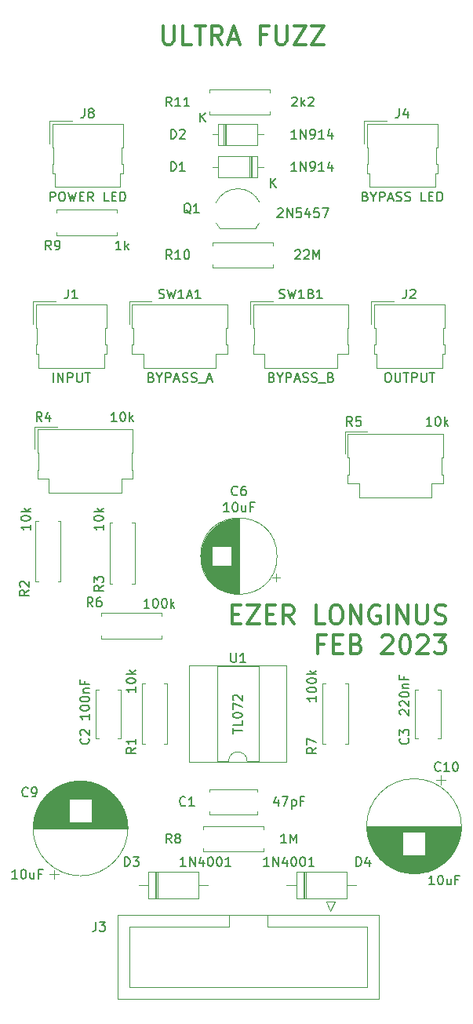
<source format=gbr>
%TF.GenerationSoftware,KiCad,Pcbnew,(6.0.7)*%
%TF.CreationDate,2023-03-07T14:28:06-05:00*%
%TF.ProjectId,ULTRA_FUZZ,554c5452-415f-4465-955a-5a2e6b696361,rev?*%
%TF.SameCoordinates,Original*%
%TF.FileFunction,Legend,Top*%
%TF.FilePolarity,Positive*%
%FSLAX46Y46*%
G04 Gerber Fmt 4.6, Leading zero omitted, Abs format (unit mm)*
G04 Created by KiCad (PCBNEW (6.0.7)) date 2023-03-07 14:28:06*
%MOMM*%
%LPD*%
G01*
G04 APERTURE LIST*
%ADD10C,0.300000*%
%ADD11C,0.150000*%
%ADD12C,0.120000*%
G04 APERTURE END LIST*
D10*
X116928571Y-43294761D02*
X116928571Y-44913809D01*
X117023809Y-45104285D01*
X117119047Y-45199523D01*
X117309523Y-45294761D01*
X117690476Y-45294761D01*
X117880952Y-45199523D01*
X117976190Y-45104285D01*
X118071428Y-44913809D01*
X118071428Y-43294761D01*
X119976190Y-45294761D02*
X119023809Y-45294761D01*
X119023809Y-43294761D01*
X120357142Y-43294761D02*
X121500000Y-43294761D01*
X120928571Y-45294761D02*
X120928571Y-43294761D01*
X123309523Y-45294761D02*
X122642857Y-44342380D01*
X122166666Y-45294761D02*
X122166666Y-43294761D01*
X122928571Y-43294761D01*
X123119047Y-43390000D01*
X123214285Y-43485238D01*
X123309523Y-43675714D01*
X123309523Y-43961428D01*
X123214285Y-44151904D01*
X123119047Y-44247142D01*
X122928571Y-44342380D01*
X122166666Y-44342380D01*
X124071428Y-44723333D02*
X125023809Y-44723333D01*
X123880952Y-45294761D02*
X124547619Y-43294761D01*
X125214285Y-45294761D01*
X128071428Y-44247142D02*
X127404761Y-44247142D01*
X127404761Y-45294761D02*
X127404761Y-43294761D01*
X128357142Y-43294761D01*
X129119047Y-43294761D02*
X129119047Y-44913809D01*
X129214285Y-45104285D01*
X129309523Y-45199523D01*
X129500000Y-45294761D01*
X129880952Y-45294761D01*
X130071428Y-45199523D01*
X130166666Y-45104285D01*
X130261904Y-44913809D01*
X130261904Y-43294761D01*
X131023809Y-43294761D02*
X132357142Y-43294761D01*
X131023809Y-45294761D01*
X132357142Y-45294761D01*
X132928571Y-43294761D02*
X134261904Y-43294761D01*
X132928571Y-45294761D01*
X134261904Y-45294761D01*
X124376428Y-106747142D02*
X125043095Y-106747142D01*
X125328809Y-107794761D02*
X124376428Y-107794761D01*
X124376428Y-105794761D01*
X125328809Y-105794761D01*
X125995476Y-105794761D02*
X127328809Y-105794761D01*
X125995476Y-107794761D01*
X127328809Y-107794761D01*
X128090714Y-106747142D02*
X128757380Y-106747142D01*
X129043095Y-107794761D02*
X128090714Y-107794761D01*
X128090714Y-105794761D01*
X129043095Y-105794761D01*
X131043095Y-107794761D02*
X130376428Y-106842380D01*
X129900238Y-107794761D02*
X129900238Y-105794761D01*
X130662142Y-105794761D01*
X130852619Y-105890000D01*
X130947857Y-105985238D01*
X131043095Y-106175714D01*
X131043095Y-106461428D01*
X130947857Y-106651904D01*
X130852619Y-106747142D01*
X130662142Y-106842380D01*
X129900238Y-106842380D01*
X134376428Y-107794761D02*
X133424047Y-107794761D01*
X133424047Y-105794761D01*
X135424047Y-105794761D02*
X135805000Y-105794761D01*
X135995476Y-105890000D01*
X136185952Y-106080476D01*
X136281190Y-106461428D01*
X136281190Y-107128095D01*
X136185952Y-107509047D01*
X135995476Y-107699523D01*
X135805000Y-107794761D01*
X135424047Y-107794761D01*
X135233571Y-107699523D01*
X135043095Y-107509047D01*
X134947857Y-107128095D01*
X134947857Y-106461428D01*
X135043095Y-106080476D01*
X135233571Y-105890000D01*
X135424047Y-105794761D01*
X137138333Y-107794761D02*
X137138333Y-105794761D01*
X138281190Y-107794761D01*
X138281190Y-105794761D01*
X140281190Y-105890000D02*
X140090714Y-105794761D01*
X139805000Y-105794761D01*
X139519285Y-105890000D01*
X139328809Y-106080476D01*
X139233571Y-106270952D01*
X139138333Y-106651904D01*
X139138333Y-106937619D01*
X139233571Y-107318571D01*
X139328809Y-107509047D01*
X139519285Y-107699523D01*
X139805000Y-107794761D01*
X139995476Y-107794761D01*
X140281190Y-107699523D01*
X140376428Y-107604285D01*
X140376428Y-106937619D01*
X139995476Y-106937619D01*
X141233571Y-107794761D02*
X141233571Y-105794761D01*
X142185952Y-107794761D02*
X142185952Y-105794761D01*
X143328809Y-107794761D01*
X143328809Y-105794761D01*
X144281190Y-105794761D02*
X144281190Y-107413809D01*
X144376428Y-107604285D01*
X144471666Y-107699523D01*
X144662142Y-107794761D01*
X145043095Y-107794761D01*
X145233571Y-107699523D01*
X145328809Y-107604285D01*
X145424047Y-107413809D01*
X145424047Y-105794761D01*
X146281190Y-107699523D02*
X146566904Y-107794761D01*
X147043095Y-107794761D01*
X147233571Y-107699523D01*
X147328809Y-107604285D01*
X147424047Y-107413809D01*
X147424047Y-107223333D01*
X147328809Y-107032857D01*
X147233571Y-106937619D01*
X147043095Y-106842380D01*
X146662142Y-106747142D01*
X146471666Y-106651904D01*
X146376428Y-106556666D01*
X146281190Y-106366190D01*
X146281190Y-106175714D01*
X146376428Y-105985238D01*
X146471666Y-105890000D01*
X146662142Y-105794761D01*
X147138333Y-105794761D01*
X147424047Y-105890000D01*
X134281190Y-109967142D02*
X133614523Y-109967142D01*
X133614523Y-111014761D02*
X133614523Y-109014761D01*
X134566904Y-109014761D01*
X135328809Y-109967142D02*
X135995476Y-109967142D01*
X136281190Y-111014761D02*
X135328809Y-111014761D01*
X135328809Y-109014761D01*
X136281190Y-109014761D01*
X137805000Y-109967142D02*
X138090714Y-110062380D01*
X138185952Y-110157619D01*
X138281190Y-110348095D01*
X138281190Y-110633809D01*
X138185952Y-110824285D01*
X138090714Y-110919523D01*
X137900238Y-111014761D01*
X137138333Y-111014761D01*
X137138333Y-109014761D01*
X137805000Y-109014761D01*
X137995476Y-109110000D01*
X138090714Y-109205238D01*
X138185952Y-109395714D01*
X138185952Y-109586190D01*
X138090714Y-109776666D01*
X137995476Y-109871904D01*
X137805000Y-109967142D01*
X137138333Y-109967142D01*
X140566904Y-109205238D02*
X140662142Y-109110000D01*
X140852619Y-109014761D01*
X141328809Y-109014761D01*
X141519285Y-109110000D01*
X141614523Y-109205238D01*
X141709761Y-109395714D01*
X141709761Y-109586190D01*
X141614523Y-109871904D01*
X140471666Y-111014761D01*
X141709761Y-111014761D01*
X142947857Y-109014761D02*
X143138333Y-109014761D01*
X143328809Y-109110000D01*
X143424047Y-109205238D01*
X143519285Y-109395714D01*
X143614523Y-109776666D01*
X143614523Y-110252857D01*
X143519285Y-110633809D01*
X143424047Y-110824285D01*
X143328809Y-110919523D01*
X143138333Y-111014761D01*
X142947857Y-111014761D01*
X142757380Y-110919523D01*
X142662142Y-110824285D01*
X142566904Y-110633809D01*
X142471666Y-110252857D01*
X142471666Y-109776666D01*
X142566904Y-109395714D01*
X142662142Y-109205238D01*
X142757380Y-109110000D01*
X142947857Y-109014761D01*
X144376428Y-109205238D02*
X144471666Y-109110000D01*
X144662142Y-109014761D01*
X145138333Y-109014761D01*
X145328809Y-109110000D01*
X145424047Y-109205238D01*
X145519285Y-109395714D01*
X145519285Y-109586190D01*
X145424047Y-109871904D01*
X144281190Y-111014761D01*
X145519285Y-111014761D01*
X146185952Y-109014761D02*
X147424047Y-109014761D01*
X146757380Y-109776666D01*
X147043095Y-109776666D01*
X147233571Y-109871904D01*
X147328809Y-109967142D01*
X147424047Y-110157619D01*
X147424047Y-110633809D01*
X147328809Y-110824285D01*
X147233571Y-110919523D01*
X147043095Y-111014761D01*
X146471666Y-111014761D01*
X146281190Y-110919523D01*
X146185952Y-110824285D01*
D11*
%TO.C,Q1*%
X119904761Y-63547619D02*
X119809523Y-63500000D01*
X119714285Y-63404761D01*
X119571428Y-63261904D01*
X119476190Y-63214285D01*
X119380952Y-63214285D01*
X119428571Y-63452380D02*
X119333333Y-63404761D01*
X119238095Y-63309523D01*
X119190476Y-63119047D01*
X119190476Y-62785714D01*
X119238095Y-62595238D01*
X119333333Y-62500000D01*
X119428571Y-62452380D01*
X119619047Y-62452380D01*
X119714285Y-62500000D01*
X119809523Y-62595238D01*
X119857142Y-62785714D01*
X119857142Y-63119047D01*
X119809523Y-63309523D01*
X119714285Y-63404761D01*
X119619047Y-63452380D01*
X119428571Y-63452380D01*
X120809523Y-63452380D02*
X120238095Y-63452380D01*
X120523809Y-63452380D02*
X120523809Y-62452380D01*
X120428571Y-62595238D01*
X120333333Y-62690476D01*
X120238095Y-62738095D01*
X129285714Y-63047619D02*
X129333333Y-63000000D01*
X129428571Y-62952380D01*
X129666666Y-62952380D01*
X129761904Y-63000000D01*
X129809523Y-63047619D01*
X129857142Y-63142857D01*
X129857142Y-63238095D01*
X129809523Y-63380952D01*
X129238095Y-63952380D01*
X129857142Y-63952380D01*
X130285714Y-63952380D02*
X130285714Y-62952380D01*
X130857142Y-63952380D01*
X130857142Y-62952380D01*
X131809523Y-62952380D02*
X131333333Y-62952380D01*
X131285714Y-63428571D01*
X131333333Y-63380952D01*
X131428571Y-63333333D01*
X131666666Y-63333333D01*
X131761904Y-63380952D01*
X131809523Y-63428571D01*
X131857142Y-63523809D01*
X131857142Y-63761904D01*
X131809523Y-63857142D01*
X131761904Y-63904761D01*
X131666666Y-63952380D01*
X131428571Y-63952380D01*
X131333333Y-63904761D01*
X131285714Y-63857142D01*
X132714285Y-63285714D02*
X132714285Y-63952380D01*
X132476190Y-62904761D02*
X132238095Y-63619047D01*
X132857142Y-63619047D01*
X133714285Y-62952380D02*
X133238095Y-62952380D01*
X133190476Y-63428571D01*
X133238095Y-63380952D01*
X133333333Y-63333333D01*
X133571428Y-63333333D01*
X133666666Y-63380952D01*
X133714285Y-63428571D01*
X133761904Y-63523809D01*
X133761904Y-63761904D01*
X133714285Y-63857142D01*
X133666666Y-63904761D01*
X133571428Y-63952380D01*
X133333333Y-63952380D01*
X133238095Y-63904761D01*
X133190476Y-63857142D01*
X134095238Y-62952380D02*
X134761904Y-62952380D01*
X134333333Y-63952380D01*
%TO.C,R1*%
X113952380Y-121166666D02*
X113476190Y-121500000D01*
X113952380Y-121738095D02*
X112952380Y-121738095D01*
X112952380Y-121357142D01*
X113000000Y-121261904D01*
X113047619Y-121214285D01*
X113142857Y-121166666D01*
X113285714Y-121166666D01*
X113380952Y-121214285D01*
X113428571Y-121261904D01*
X113476190Y-121357142D01*
X113476190Y-121738095D01*
X113952380Y-120214285D02*
X113952380Y-120785714D01*
X113952380Y-120500000D02*
X112952380Y-120500000D01*
X113095238Y-120595238D01*
X113190476Y-120690476D01*
X113238095Y-120785714D01*
X113952380Y-114595238D02*
X113952380Y-115166666D01*
X113952380Y-114880952D02*
X112952380Y-114880952D01*
X113095238Y-114976190D01*
X113190476Y-115071428D01*
X113238095Y-115166666D01*
X112952380Y-113976190D02*
X112952380Y-113880952D01*
X113000000Y-113785714D01*
X113047619Y-113738095D01*
X113142857Y-113690476D01*
X113333333Y-113642857D01*
X113571428Y-113642857D01*
X113761904Y-113690476D01*
X113857142Y-113738095D01*
X113904761Y-113785714D01*
X113952380Y-113880952D01*
X113952380Y-113976190D01*
X113904761Y-114071428D01*
X113857142Y-114119047D01*
X113761904Y-114166666D01*
X113571428Y-114214285D01*
X113333333Y-114214285D01*
X113142857Y-114166666D01*
X113047619Y-114119047D01*
X113000000Y-114071428D01*
X112952380Y-113976190D01*
X113952380Y-113214285D02*
X112952380Y-113214285D01*
X113571428Y-113119047D02*
X113952380Y-112833333D01*
X113285714Y-112833333D02*
X113666666Y-113214285D01*
%TO.C,R2*%
X102452380Y-104166666D02*
X101976190Y-104500000D01*
X102452380Y-104738095D02*
X101452380Y-104738095D01*
X101452380Y-104357142D01*
X101500000Y-104261904D01*
X101547619Y-104214285D01*
X101642857Y-104166666D01*
X101785714Y-104166666D01*
X101880952Y-104214285D01*
X101928571Y-104261904D01*
X101976190Y-104357142D01*
X101976190Y-104738095D01*
X101547619Y-103785714D02*
X101500000Y-103738095D01*
X101452380Y-103642857D01*
X101452380Y-103404761D01*
X101500000Y-103309523D01*
X101547619Y-103261904D01*
X101642857Y-103214285D01*
X101738095Y-103214285D01*
X101880952Y-103261904D01*
X102452380Y-103833333D01*
X102452380Y-103214285D01*
X102582380Y-97095238D02*
X102582380Y-97666666D01*
X102582380Y-97380952D02*
X101582380Y-97380952D01*
X101725238Y-97476190D01*
X101820476Y-97571428D01*
X101868095Y-97666666D01*
X101582380Y-96476190D02*
X101582380Y-96380952D01*
X101630000Y-96285714D01*
X101677619Y-96238095D01*
X101772857Y-96190476D01*
X101963333Y-96142857D01*
X102201428Y-96142857D01*
X102391904Y-96190476D01*
X102487142Y-96238095D01*
X102534761Y-96285714D01*
X102582380Y-96380952D01*
X102582380Y-96476190D01*
X102534761Y-96571428D01*
X102487142Y-96619047D01*
X102391904Y-96666666D01*
X102201428Y-96714285D01*
X101963333Y-96714285D01*
X101772857Y-96666666D01*
X101677619Y-96619047D01*
X101630000Y-96571428D01*
X101582380Y-96476190D01*
X102582380Y-95714285D02*
X101582380Y-95714285D01*
X102201428Y-95619047D02*
X102582380Y-95333333D01*
X101915714Y-95333333D02*
X102296666Y-95714285D01*
%TO.C,C6*%
X124933333Y-93857142D02*
X124885714Y-93904761D01*
X124742857Y-93952380D01*
X124647619Y-93952380D01*
X124504761Y-93904761D01*
X124409523Y-93809523D01*
X124361904Y-93714285D01*
X124314285Y-93523809D01*
X124314285Y-93380952D01*
X124361904Y-93190476D01*
X124409523Y-93095238D01*
X124504761Y-93000000D01*
X124647619Y-92952380D01*
X124742857Y-92952380D01*
X124885714Y-93000000D01*
X124933333Y-93047619D01*
X125790476Y-92952380D02*
X125600000Y-92952380D01*
X125504761Y-93000000D01*
X125457142Y-93047619D01*
X125361904Y-93190476D01*
X125314285Y-93380952D01*
X125314285Y-93761904D01*
X125361904Y-93857142D01*
X125409523Y-93904761D01*
X125504761Y-93952380D01*
X125695238Y-93952380D01*
X125790476Y-93904761D01*
X125838095Y-93857142D01*
X125885714Y-93761904D01*
X125885714Y-93523809D01*
X125838095Y-93428571D01*
X125790476Y-93380952D01*
X125695238Y-93333333D01*
X125504761Y-93333333D01*
X125409523Y-93380952D01*
X125361904Y-93428571D01*
X125314285Y-93523809D01*
X124028571Y-95702380D02*
X123457142Y-95702380D01*
X123742857Y-95702380D02*
X123742857Y-94702380D01*
X123647619Y-94845238D01*
X123552380Y-94940476D01*
X123457142Y-94988095D01*
X124647619Y-94702380D02*
X124742857Y-94702380D01*
X124838095Y-94750000D01*
X124885714Y-94797619D01*
X124933333Y-94892857D01*
X124980952Y-95083333D01*
X124980952Y-95321428D01*
X124933333Y-95511904D01*
X124885714Y-95607142D01*
X124838095Y-95654761D01*
X124742857Y-95702380D01*
X124647619Y-95702380D01*
X124552380Y-95654761D01*
X124504761Y-95607142D01*
X124457142Y-95511904D01*
X124409523Y-95321428D01*
X124409523Y-95083333D01*
X124457142Y-94892857D01*
X124504761Y-94797619D01*
X124552380Y-94750000D01*
X124647619Y-94702380D01*
X125838095Y-95035714D02*
X125838095Y-95702380D01*
X125409523Y-95035714D02*
X125409523Y-95559523D01*
X125457142Y-95654761D01*
X125552380Y-95702380D01*
X125695238Y-95702380D01*
X125790476Y-95654761D01*
X125838095Y-95607142D01*
X126647619Y-95178571D02*
X126314285Y-95178571D01*
X126314285Y-95702380D02*
X126314285Y-94702380D01*
X126790476Y-94702380D01*
%TO.C,J4*%
X142396666Y-52202380D02*
X142396666Y-52916666D01*
X142349047Y-53059523D01*
X142253809Y-53154761D01*
X142110952Y-53202380D01*
X142015714Y-53202380D01*
X143301428Y-52535714D02*
X143301428Y-53202380D01*
X143063333Y-52154761D02*
X142825238Y-52869047D01*
X143444285Y-52869047D01*
X138753809Y-61678571D02*
X138896666Y-61726190D01*
X138944285Y-61773809D01*
X138991904Y-61869047D01*
X138991904Y-62011904D01*
X138944285Y-62107142D01*
X138896666Y-62154761D01*
X138801428Y-62202380D01*
X138420476Y-62202380D01*
X138420476Y-61202380D01*
X138753809Y-61202380D01*
X138849047Y-61250000D01*
X138896666Y-61297619D01*
X138944285Y-61392857D01*
X138944285Y-61488095D01*
X138896666Y-61583333D01*
X138849047Y-61630952D01*
X138753809Y-61678571D01*
X138420476Y-61678571D01*
X139610952Y-61726190D02*
X139610952Y-62202380D01*
X139277619Y-61202380D02*
X139610952Y-61726190D01*
X139944285Y-61202380D01*
X140277619Y-62202380D02*
X140277619Y-61202380D01*
X140658571Y-61202380D01*
X140753809Y-61250000D01*
X140801428Y-61297619D01*
X140849047Y-61392857D01*
X140849047Y-61535714D01*
X140801428Y-61630952D01*
X140753809Y-61678571D01*
X140658571Y-61726190D01*
X140277619Y-61726190D01*
X141230000Y-61916666D02*
X141706190Y-61916666D01*
X141134761Y-62202380D02*
X141468095Y-61202380D01*
X141801428Y-62202380D01*
X142087142Y-62154761D02*
X142230000Y-62202380D01*
X142468095Y-62202380D01*
X142563333Y-62154761D01*
X142610952Y-62107142D01*
X142658571Y-62011904D01*
X142658571Y-61916666D01*
X142610952Y-61821428D01*
X142563333Y-61773809D01*
X142468095Y-61726190D01*
X142277619Y-61678571D01*
X142182380Y-61630952D01*
X142134761Y-61583333D01*
X142087142Y-61488095D01*
X142087142Y-61392857D01*
X142134761Y-61297619D01*
X142182380Y-61250000D01*
X142277619Y-61202380D01*
X142515714Y-61202380D01*
X142658571Y-61250000D01*
X143039523Y-62154761D02*
X143182380Y-62202380D01*
X143420476Y-62202380D01*
X143515714Y-62154761D01*
X143563333Y-62107142D01*
X143610952Y-62011904D01*
X143610952Y-61916666D01*
X143563333Y-61821428D01*
X143515714Y-61773809D01*
X143420476Y-61726190D01*
X143230000Y-61678571D01*
X143134761Y-61630952D01*
X143087142Y-61583333D01*
X143039523Y-61488095D01*
X143039523Y-61392857D01*
X143087142Y-61297619D01*
X143134761Y-61250000D01*
X143230000Y-61202380D01*
X143468095Y-61202380D01*
X143610952Y-61250000D01*
X145277619Y-62202380D02*
X144801428Y-62202380D01*
X144801428Y-61202380D01*
X145610952Y-61678571D02*
X145944285Y-61678571D01*
X146087142Y-62202380D02*
X145610952Y-62202380D01*
X145610952Y-61202380D01*
X146087142Y-61202380D01*
X146515714Y-62202380D02*
X146515714Y-61202380D01*
X146753809Y-61202380D01*
X146896666Y-61250000D01*
X146991904Y-61345238D01*
X147039523Y-61440476D01*
X147087142Y-61630952D01*
X147087142Y-61773809D01*
X147039523Y-61964285D01*
X146991904Y-62059523D01*
X146896666Y-62154761D01*
X146753809Y-62202380D01*
X146515714Y-62202380D01*
%TO.C,C10*%
X146857142Y-123607142D02*
X146809523Y-123654761D01*
X146666666Y-123702380D01*
X146571428Y-123702380D01*
X146428571Y-123654761D01*
X146333333Y-123559523D01*
X146285714Y-123464285D01*
X146238095Y-123273809D01*
X146238095Y-123130952D01*
X146285714Y-122940476D01*
X146333333Y-122845238D01*
X146428571Y-122750000D01*
X146571428Y-122702380D01*
X146666666Y-122702380D01*
X146809523Y-122750000D01*
X146857142Y-122797619D01*
X147809523Y-123702380D02*
X147238095Y-123702380D01*
X147523809Y-123702380D02*
X147523809Y-122702380D01*
X147428571Y-122845238D01*
X147333333Y-122940476D01*
X147238095Y-122988095D01*
X148428571Y-122702380D02*
X148523809Y-122702380D01*
X148619047Y-122750000D01*
X148666666Y-122797619D01*
X148714285Y-122892857D01*
X148761904Y-123083333D01*
X148761904Y-123321428D01*
X148714285Y-123511904D01*
X148666666Y-123607142D01*
X148619047Y-123654761D01*
X148523809Y-123702380D01*
X148428571Y-123702380D01*
X148333333Y-123654761D01*
X148285714Y-123607142D01*
X148238095Y-123511904D01*
X148190476Y-123321428D01*
X148190476Y-123083333D01*
X148238095Y-122892857D01*
X148285714Y-122797619D01*
X148333333Y-122750000D01*
X148428571Y-122702380D01*
X146178571Y-135952380D02*
X145607142Y-135952380D01*
X145892857Y-135952380D02*
X145892857Y-134952380D01*
X145797619Y-135095238D01*
X145702380Y-135190476D01*
X145607142Y-135238095D01*
X146797619Y-134952380D02*
X146892857Y-134952380D01*
X146988095Y-135000000D01*
X147035714Y-135047619D01*
X147083333Y-135142857D01*
X147130952Y-135333333D01*
X147130952Y-135571428D01*
X147083333Y-135761904D01*
X147035714Y-135857142D01*
X146988095Y-135904761D01*
X146892857Y-135952380D01*
X146797619Y-135952380D01*
X146702380Y-135904761D01*
X146654761Y-135857142D01*
X146607142Y-135761904D01*
X146559523Y-135571428D01*
X146559523Y-135333333D01*
X146607142Y-135142857D01*
X146654761Y-135047619D01*
X146702380Y-135000000D01*
X146797619Y-134952380D01*
X147988095Y-135285714D02*
X147988095Y-135952380D01*
X147559523Y-135285714D02*
X147559523Y-135809523D01*
X147607142Y-135904761D01*
X147702380Y-135952380D01*
X147845238Y-135952380D01*
X147940476Y-135904761D01*
X147988095Y-135857142D01*
X148797619Y-135428571D02*
X148464285Y-135428571D01*
X148464285Y-135952380D02*
X148464285Y-134952380D01*
X148940476Y-134952380D01*
%TO.C,R7*%
X133452380Y-121166666D02*
X132976190Y-121500000D01*
X133452380Y-121738095D02*
X132452380Y-121738095D01*
X132452380Y-121357142D01*
X132500000Y-121261904D01*
X132547619Y-121214285D01*
X132642857Y-121166666D01*
X132785714Y-121166666D01*
X132880952Y-121214285D01*
X132928571Y-121261904D01*
X132976190Y-121357142D01*
X132976190Y-121738095D01*
X132452380Y-120833333D02*
X132452380Y-120166666D01*
X133452380Y-120595238D01*
X133452380Y-115571428D02*
X133452380Y-116142857D01*
X133452380Y-115857142D02*
X132452380Y-115857142D01*
X132595238Y-115952380D01*
X132690476Y-116047619D01*
X132738095Y-116142857D01*
X132452380Y-114952380D02*
X132452380Y-114857142D01*
X132500000Y-114761904D01*
X132547619Y-114714285D01*
X132642857Y-114666666D01*
X132833333Y-114619047D01*
X133071428Y-114619047D01*
X133261904Y-114666666D01*
X133357142Y-114714285D01*
X133404761Y-114761904D01*
X133452380Y-114857142D01*
X133452380Y-114952380D01*
X133404761Y-115047619D01*
X133357142Y-115095238D01*
X133261904Y-115142857D01*
X133071428Y-115190476D01*
X132833333Y-115190476D01*
X132642857Y-115142857D01*
X132547619Y-115095238D01*
X132500000Y-115047619D01*
X132452380Y-114952380D01*
X132452380Y-114000000D02*
X132452380Y-113904761D01*
X132500000Y-113809523D01*
X132547619Y-113761904D01*
X132642857Y-113714285D01*
X132833333Y-113666666D01*
X133071428Y-113666666D01*
X133261904Y-113714285D01*
X133357142Y-113761904D01*
X133404761Y-113809523D01*
X133452380Y-113904761D01*
X133452380Y-114000000D01*
X133404761Y-114095238D01*
X133357142Y-114142857D01*
X133261904Y-114190476D01*
X133071428Y-114238095D01*
X132833333Y-114238095D01*
X132642857Y-114190476D01*
X132547619Y-114142857D01*
X132500000Y-114095238D01*
X132452380Y-114000000D01*
X133452380Y-113238095D02*
X132452380Y-113238095D01*
X133071428Y-113142857D02*
X133452380Y-112857142D01*
X132785714Y-112857142D02*
X133166666Y-113238095D01*
%TO.C,SW1A1*%
X116478570Y-72654761D02*
X116621427Y-72702380D01*
X116859523Y-72702380D01*
X116954761Y-72654761D01*
X117002380Y-72607142D01*
X117049999Y-72511904D01*
X117049999Y-72416666D01*
X117002380Y-72321428D01*
X116954761Y-72273809D01*
X116859523Y-72226190D01*
X116669046Y-72178571D01*
X116573808Y-72130952D01*
X116526189Y-72083333D01*
X116478570Y-71988095D01*
X116478570Y-71892857D01*
X116526189Y-71797619D01*
X116573808Y-71750000D01*
X116669046Y-71702380D01*
X116907142Y-71702380D01*
X117049999Y-71750000D01*
X117383332Y-71702380D02*
X117621427Y-72702380D01*
X117811904Y-71988095D01*
X118002380Y-72702380D01*
X118240475Y-71702380D01*
X119145237Y-72702380D02*
X118573808Y-72702380D01*
X118859523Y-72702380D02*
X118859523Y-71702380D01*
X118764285Y-71845238D01*
X118669046Y-71940476D01*
X118573808Y-71988095D01*
X119526189Y-72416666D02*
X120002380Y-72416666D01*
X119430951Y-72702380D02*
X119764285Y-71702380D01*
X120097618Y-72702380D01*
X120954761Y-72702380D02*
X120383332Y-72702380D01*
X120669046Y-72702380D02*
X120669046Y-71702380D01*
X120573808Y-71845238D01*
X120478570Y-71940476D01*
X120383332Y-71988095D01*
X115669046Y-81178571D02*
X115811904Y-81226190D01*
X115859523Y-81273809D01*
X115907142Y-81369047D01*
X115907142Y-81511904D01*
X115859523Y-81607142D01*
X115811904Y-81654761D01*
X115716666Y-81702380D01*
X115335713Y-81702380D01*
X115335713Y-80702380D01*
X115669046Y-80702380D01*
X115764285Y-80750000D01*
X115811904Y-80797619D01*
X115859523Y-80892857D01*
X115859523Y-80988095D01*
X115811904Y-81083333D01*
X115764285Y-81130952D01*
X115669046Y-81178571D01*
X115335713Y-81178571D01*
X116526189Y-81226190D02*
X116526189Y-81702380D01*
X116192856Y-80702380D02*
X116526189Y-81226190D01*
X116859523Y-80702380D01*
X117192856Y-81702380D02*
X117192856Y-80702380D01*
X117573808Y-80702380D01*
X117669046Y-80750000D01*
X117716666Y-80797619D01*
X117764285Y-80892857D01*
X117764285Y-81035714D01*
X117716666Y-81130952D01*
X117669046Y-81178571D01*
X117573808Y-81226190D01*
X117192856Y-81226190D01*
X118145237Y-81416666D02*
X118621427Y-81416666D01*
X118049999Y-81702380D02*
X118383332Y-80702380D01*
X118716666Y-81702380D01*
X119002380Y-81654761D02*
X119145237Y-81702380D01*
X119383332Y-81702380D01*
X119478570Y-81654761D01*
X119526189Y-81607142D01*
X119573808Y-81511904D01*
X119573808Y-81416666D01*
X119526189Y-81321428D01*
X119478570Y-81273809D01*
X119383332Y-81226190D01*
X119192856Y-81178571D01*
X119097618Y-81130952D01*
X119049999Y-81083333D01*
X119002380Y-80988095D01*
X119002380Y-80892857D01*
X119049999Y-80797619D01*
X119097618Y-80750000D01*
X119192856Y-80702380D01*
X119430951Y-80702380D01*
X119573808Y-80750000D01*
X119954761Y-81654761D02*
X120097618Y-81702380D01*
X120335713Y-81702380D01*
X120430951Y-81654761D01*
X120478570Y-81607142D01*
X120526189Y-81511904D01*
X120526189Y-81416666D01*
X120478570Y-81321428D01*
X120430951Y-81273809D01*
X120335713Y-81226190D01*
X120145237Y-81178571D01*
X120049999Y-81130952D01*
X120002380Y-81083333D01*
X119954761Y-80988095D01*
X119954761Y-80892857D01*
X120002380Y-80797619D01*
X120049999Y-80750000D01*
X120145237Y-80702380D01*
X120383332Y-80702380D01*
X120526189Y-80750000D01*
X120716666Y-81797619D02*
X121478570Y-81797619D01*
X121669046Y-81416666D02*
X122145237Y-81416666D01*
X121573808Y-81702380D02*
X121907142Y-80702380D01*
X122240475Y-81702380D01*
%TO.C,C3*%
X143357142Y-120166666D02*
X143404761Y-120214285D01*
X143452380Y-120357142D01*
X143452380Y-120452380D01*
X143404761Y-120595238D01*
X143309523Y-120690476D01*
X143214285Y-120738095D01*
X143023809Y-120785714D01*
X142880952Y-120785714D01*
X142690476Y-120738095D01*
X142595238Y-120690476D01*
X142500000Y-120595238D01*
X142452380Y-120452380D01*
X142452380Y-120357142D01*
X142500000Y-120214285D01*
X142547619Y-120166666D01*
X142452380Y-119833333D02*
X142452380Y-119214285D01*
X142833333Y-119547619D01*
X142833333Y-119404761D01*
X142880952Y-119309523D01*
X142928571Y-119261904D01*
X143023809Y-119214285D01*
X143261904Y-119214285D01*
X143357142Y-119261904D01*
X143404761Y-119309523D01*
X143452380Y-119404761D01*
X143452380Y-119690476D01*
X143404761Y-119785714D01*
X143357142Y-119833333D01*
X142547619Y-117619047D02*
X142500000Y-117571428D01*
X142452380Y-117476190D01*
X142452380Y-117238095D01*
X142500000Y-117142857D01*
X142547619Y-117095238D01*
X142642857Y-117047619D01*
X142738095Y-117047619D01*
X142880952Y-117095238D01*
X143452380Y-117666666D01*
X143452380Y-117047619D01*
X142547619Y-116666666D02*
X142500000Y-116619047D01*
X142452380Y-116523809D01*
X142452380Y-116285714D01*
X142500000Y-116190476D01*
X142547619Y-116142857D01*
X142642857Y-116095238D01*
X142738095Y-116095238D01*
X142880952Y-116142857D01*
X143452380Y-116714285D01*
X143452380Y-116095238D01*
X142452380Y-115476190D02*
X142452380Y-115380952D01*
X142500000Y-115285714D01*
X142547619Y-115238095D01*
X142642857Y-115190476D01*
X142833333Y-115142857D01*
X143071428Y-115142857D01*
X143261904Y-115190476D01*
X143357142Y-115238095D01*
X143404761Y-115285714D01*
X143452380Y-115380952D01*
X143452380Y-115476190D01*
X143404761Y-115571428D01*
X143357142Y-115619047D01*
X143261904Y-115666666D01*
X143071428Y-115714285D01*
X142833333Y-115714285D01*
X142642857Y-115666666D01*
X142547619Y-115619047D01*
X142500000Y-115571428D01*
X142452380Y-115476190D01*
X142785714Y-114714285D02*
X143452380Y-114714285D01*
X142880952Y-114714285D02*
X142833333Y-114666666D01*
X142785714Y-114571428D01*
X142785714Y-114428571D01*
X142833333Y-114333333D01*
X142928571Y-114285714D01*
X143452380Y-114285714D01*
X142928571Y-113476190D02*
X142928571Y-113809523D01*
X143452380Y-113809523D02*
X142452380Y-113809523D01*
X142452380Y-113333333D01*
%TO.C,C2*%
X108857142Y-120166666D02*
X108904761Y-120214285D01*
X108952380Y-120357142D01*
X108952380Y-120452380D01*
X108904761Y-120595238D01*
X108809523Y-120690476D01*
X108714285Y-120738095D01*
X108523809Y-120785714D01*
X108380952Y-120785714D01*
X108190476Y-120738095D01*
X108095238Y-120690476D01*
X108000000Y-120595238D01*
X107952380Y-120452380D01*
X107952380Y-120357142D01*
X108000000Y-120214285D01*
X108047619Y-120166666D01*
X108047619Y-119785714D02*
X108000000Y-119738095D01*
X107952380Y-119642857D01*
X107952380Y-119404761D01*
X108000000Y-119309523D01*
X108047619Y-119261904D01*
X108142857Y-119214285D01*
X108238095Y-119214285D01*
X108380952Y-119261904D01*
X108952380Y-119833333D01*
X108952380Y-119214285D01*
X108952380Y-117547619D02*
X108952380Y-118119047D01*
X108952380Y-117833333D02*
X107952380Y-117833333D01*
X108095238Y-117928571D01*
X108190476Y-118023809D01*
X108238095Y-118119047D01*
X107952380Y-116928571D02*
X107952380Y-116833333D01*
X108000000Y-116738095D01*
X108047619Y-116690476D01*
X108142857Y-116642857D01*
X108333333Y-116595238D01*
X108571428Y-116595238D01*
X108761904Y-116642857D01*
X108857142Y-116690476D01*
X108904761Y-116738095D01*
X108952380Y-116833333D01*
X108952380Y-116928571D01*
X108904761Y-117023809D01*
X108857142Y-117071428D01*
X108761904Y-117119047D01*
X108571428Y-117166666D01*
X108333333Y-117166666D01*
X108142857Y-117119047D01*
X108047619Y-117071428D01*
X108000000Y-117023809D01*
X107952380Y-116928571D01*
X107952380Y-115976190D02*
X107952380Y-115880952D01*
X108000000Y-115785714D01*
X108047619Y-115738095D01*
X108142857Y-115690476D01*
X108333333Y-115642857D01*
X108571428Y-115642857D01*
X108761904Y-115690476D01*
X108857142Y-115738095D01*
X108904761Y-115785714D01*
X108952380Y-115880952D01*
X108952380Y-115976190D01*
X108904761Y-116071428D01*
X108857142Y-116119047D01*
X108761904Y-116166666D01*
X108571428Y-116214285D01*
X108333333Y-116214285D01*
X108142857Y-116166666D01*
X108047619Y-116119047D01*
X108000000Y-116071428D01*
X107952380Y-115976190D01*
X108285714Y-115214285D02*
X108952380Y-115214285D01*
X108380952Y-115214285D02*
X108333333Y-115166666D01*
X108285714Y-115071428D01*
X108285714Y-114928571D01*
X108333333Y-114833333D01*
X108428571Y-114785714D01*
X108952380Y-114785714D01*
X108428571Y-113976190D02*
X108428571Y-114309523D01*
X108952380Y-114309523D02*
X107952380Y-114309523D01*
X107952380Y-113833333D01*
%TO.C,C9*%
X102333333Y-126357142D02*
X102285714Y-126404761D01*
X102142857Y-126452380D01*
X102047619Y-126452380D01*
X101904761Y-126404761D01*
X101809523Y-126309523D01*
X101761904Y-126214285D01*
X101714285Y-126023809D01*
X101714285Y-125880952D01*
X101761904Y-125690476D01*
X101809523Y-125595238D01*
X101904761Y-125500000D01*
X102047619Y-125452380D01*
X102142857Y-125452380D01*
X102285714Y-125500000D01*
X102333333Y-125547619D01*
X102809523Y-126452380D02*
X103000000Y-126452380D01*
X103095238Y-126404761D01*
X103142857Y-126357142D01*
X103238095Y-126214285D01*
X103285714Y-126023809D01*
X103285714Y-125642857D01*
X103238095Y-125547619D01*
X103190476Y-125500000D01*
X103095238Y-125452380D01*
X102904761Y-125452380D01*
X102809523Y-125500000D01*
X102761904Y-125547619D01*
X102714285Y-125642857D01*
X102714285Y-125880952D01*
X102761904Y-125976190D01*
X102809523Y-126023809D01*
X102904761Y-126071428D01*
X103095238Y-126071428D01*
X103190476Y-126023809D01*
X103238095Y-125976190D01*
X103285714Y-125880952D01*
X101178571Y-135299703D02*
X100607142Y-135299703D01*
X100892857Y-135299703D02*
X100892857Y-134299703D01*
X100797619Y-134442561D01*
X100702380Y-134537799D01*
X100607142Y-134585418D01*
X101797619Y-134299703D02*
X101892857Y-134299703D01*
X101988095Y-134347323D01*
X102035714Y-134394942D01*
X102083333Y-134490180D01*
X102130952Y-134680656D01*
X102130952Y-134918751D01*
X102083333Y-135109227D01*
X102035714Y-135204465D01*
X101988095Y-135252084D01*
X101892857Y-135299703D01*
X101797619Y-135299703D01*
X101702380Y-135252084D01*
X101654761Y-135204465D01*
X101607142Y-135109227D01*
X101559523Y-134918751D01*
X101559523Y-134680656D01*
X101607142Y-134490180D01*
X101654761Y-134394942D01*
X101702380Y-134347323D01*
X101797619Y-134299703D01*
X102988095Y-134633037D02*
X102988095Y-135299703D01*
X102559523Y-134633037D02*
X102559523Y-135156846D01*
X102607142Y-135252084D01*
X102702380Y-135299703D01*
X102845238Y-135299703D01*
X102940476Y-135252084D01*
X102988095Y-135204465D01*
X103797619Y-134775894D02*
X103464285Y-134775894D01*
X103464285Y-135299703D02*
X103464285Y-134299703D01*
X103940476Y-134299703D01*
%TO.C,U1*%
X124238095Y-110952380D02*
X124238095Y-111761904D01*
X124285714Y-111857142D01*
X124333333Y-111904761D01*
X124428571Y-111952380D01*
X124619047Y-111952380D01*
X124714285Y-111904761D01*
X124761904Y-111857142D01*
X124809523Y-111761904D01*
X124809523Y-110952380D01*
X125809523Y-111952380D02*
X125238095Y-111952380D01*
X125523809Y-111952380D02*
X125523809Y-110952380D01*
X125428571Y-111095238D01*
X125333333Y-111190476D01*
X125238095Y-111238095D01*
X124442380Y-119619047D02*
X124442380Y-119047619D01*
X125442380Y-119333333D02*
X124442380Y-119333333D01*
X125442380Y-118238095D02*
X125442380Y-118714285D01*
X124442380Y-118714285D01*
X124442380Y-117714285D02*
X124442380Y-117619047D01*
X124490000Y-117523809D01*
X124537619Y-117476190D01*
X124632857Y-117428571D01*
X124823333Y-117380952D01*
X125061428Y-117380952D01*
X125251904Y-117428571D01*
X125347142Y-117476190D01*
X125394761Y-117523809D01*
X125442380Y-117619047D01*
X125442380Y-117714285D01*
X125394761Y-117809523D01*
X125347142Y-117857142D01*
X125251904Y-117904761D01*
X125061428Y-117952380D01*
X124823333Y-117952380D01*
X124632857Y-117904761D01*
X124537619Y-117857142D01*
X124490000Y-117809523D01*
X124442380Y-117714285D01*
X124442380Y-117047619D02*
X124442380Y-116380952D01*
X125442380Y-116809523D01*
X124537619Y-116047619D02*
X124490000Y-116000000D01*
X124442380Y-115904761D01*
X124442380Y-115666666D01*
X124490000Y-115571428D01*
X124537619Y-115523809D01*
X124632857Y-115476190D01*
X124728095Y-115476190D01*
X124870952Y-115523809D01*
X125442380Y-116095238D01*
X125442380Y-115476190D01*
%TO.C,D4*%
X137761904Y-133952380D02*
X137761904Y-132952380D01*
X138000000Y-132952380D01*
X138142857Y-133000000D01*
X138238095Y-133095238D01*
X138285714Y-133190476D01*
X138333333Y-133380952D01*
X138333333Y-133523809D01*
X138285714Y-133714285D01*
X138238095Y-133809523D01*
X138142857Y-133904761D01*
X138000000Y-133952380D01*
X137761904Y-133952380D01*
X139190476Y-133285714D02*
X139190476Y-133952380D01*
X138952380Y-132904761D02*
X138714285Y-133619047D01*
X139333333Y-133619047D01*
X128357142Y-133952380D02*
X127785714Y-133952380D01*
X128071428Y-133952380D02*
X128071428Y-132952380D01*
X127976190Y-133095238D01*
X127880952Y-133190476D01*
X127785714Y-133238095D01*
X128785714Y-133952380D02*
X128785714Y-132952380D01*
X129357142Y-133952380D01*
X129357142Y-132952380D01*
X130261904Y-133285714D02*
X130261904Y-133952380D01*
X130023809Y-132904761D02*
X129785714Y-133619047D01*
X130404761Y-133619047D01*
X130976190Y-132952380D02*
X131071428Y-132952380D01*
X131166666Y-133000000D01*
X131214285Y-133047619D01*
X131261904Y-133142857D01*
X131309523Y-133333333D01*
X131309523Y-133571428D01*
X131261904Y-133761904D01*
X131214285Y-133857142D01*
X131166666Y-133904761D01*
X131071428Y-133952380D01*
X130976190Y-133952380D01*
X130880952Y-133904761D01*
X130833333Y-133857142D01*
X130785714Y-133761904D01*
X130738095Y-133571428D01*
X130738095Y-133333333D01*
X130785714Y-133142857D01*
X130833333Y-133047619D01*
X130880952Y-133000000D01*
X130976190Y-132952380D01*
X131928571Y-132952380D02*
X132023809Y-132952380D01*
X132119047Y-133000000D01*
X132166666Y-133047619D01*
X132214285Y-133142857D01*
X132261904Y-133333333D01*
X132261904Y-133571428D01*
X132214285Y-133761904D01*
X132166666Y-133857142D01*
X132119047Y-133904761D01*
X132023809Y-133952380D01*
X131928571Y-133952380D01*
X131833333Y-133904761D01*
X131785714Y-133857142D01*
X131738095Y-133761904D01*
X131690476Y-133571428D01*
X131690476Y-133333333D01*
X131738095Y-133142857D01*
X131785714Y-133047619D01*
X131833333Y-133000000D01*
X131928571Y-132952380D01*
X133214285Y-133952380D02*
X132642857Y-133952380D01*
X132928571Y-133952380D02*
X132928571Y-132952380D01*
X132833333Y-133095238D01*
X132738095Y-133190476D01*
X132642857Y-133238095D01*
%TO.C,D2*%
X117761904Y-55452380D02*
X117761904Y-54452380D01*
X118000000Y-54452380D01*
X118142857Y-54500000D01*
X118238095Y-54595238D01*
X118285714Y-54690476D01*
X118333333Y-54880952D01*
X118333333Y-55023809D01*
X118285714Y-55214285D01*
X118238095Y-55309523D01*
X118142857Y-55404761D01*
X118000000Y-55452380D01*
X117761904Y-55452380D01*
X118714285Y-54547619D02*
X118761904Y-54500000D01*
X118857142Y-54452380D01*
X119095238Y-54452380D01*
X119190476Y-54500000D01*
X119238095Y-54547619D01*
X119285714Y-54642857D01*
X119285714Y-54738095D01*
X119238095Y-54880952D01*
X118666666Y-55452380D01*
X119285714Y-55452380D01*
X131333333Y-55452380D02*
X130761904Y-55452380D01*
X131047619Y-55452380D02*
X131047619Y-54452380D01*
X130952380Y-54595238D01*
X130857142Y-54690476D01*
X130761904Y-54738095D01*
X131761904Y-55452380D02*
X131761904Y-54452380D01*
X132333333Y-55452380D01*
X132333333Y-54452380D01*
X132857142Y-55452380D02*
X133047619Y-55452380D01*
X133142857Y-55404761D01*
X133190476Y-55357142D01*
X133285714Y-55214285D01*
X133333333Y-55023809D01*
X133333333Y-54642857D01*
X133285714Y-54547619D01*
X133238095Y-54500000D01*
X133142857Y-54452380D01*
X132952380Y-54452380D01*
X132857142Y-54500000D01*
X132809523Y-54547619D01*
X132761904Y-54642857D01*
X132761904Y-54880952D01*
X132809523Y-54976190D01*
X132857142Y-55023809D01*
X132952380Y-55071428D01*
X133142857Y-55071428D01*
X133238095Y-55023809D01*
X133285714Y-54976190D01*
X133333333Y-54880952D01*
X134285714Y-55452380D02*
X133714285Y-55452380D01*
X134000000Y-55452380D02*
X134000000Y-54452380D01*
X133904761Y-54595238D01*
X133809523Y-54690476D01*
X133714285Y-54738095D01*
X135142857Y-54785714D02*
X135142857Y-55452380D01*
X134904761Y-54404761D02*
X134666666Y-55119047D01*
X135285714Y-55119047D01*
X120928095Y-53652380D02*
X120928095Y-52652380D01*
X121499523Y-53652380D02*
X121070952Y-53080952D01*
X121499523Y-52652380D02*
X120928095Y-53223809D01*
%TO.C,D3*%
X112761904Y-133952380D02*
X112761904Y-132952380D01*
X113000000Y-132952380D01*
X113142857Y-133000000D01*
X113238095Y-133095238D01*
X113285714Y-133190476D01*
X113333333Y-133380952D01*
X113333333Y-133523809D01*
X113285714Y-133714285D01*
X113238095Y-133809523D01*
X113142857Y-133904761D01*
X113000000Y-133952380D01*
X112761904Y-133952380D01*
X113666666Y-132952380D02*
X114285714Y-132952380D01*
X113952380Y-133333333D01*
X114095238Y-133333333D01*
X114190476Y-133380952D01*
X114238095Y-133428571D01*
X114285714Y-133523809D01*
X114285714Y-133761904D01*
X114238095Y-133857142D01*
X114190476Y-133904761D01*
X114095238Y-133952380D01*
X113809523Y-133952380D01*
X113714285Y-133904761D01*
X113666666Y-133857142D01*
X119357142Y-133952380D02*
X118785714Y-133952380D01*
X119071428Y-133952380D02*
X119071428Y-132952380D01*
X118976190Y-133095238D01*
X118880952Y-133190476D01*
X118785714Y-133238095D01*
X119785714Y-133952380D02*
X119785714Y-132952380D01*
X120357142Y-133952380D01*
X120357142Y-132952380D01*
X121261904Y-133285714D02*
X121261904Y-133952380D01*
X121023809Y-132904761D02*
X120785714Y-133619047D01*
X121404761Y-133619047D01*
X121976190Y-132952380D02*
X122071428Y-132952380D01*
X122166666Y-133000000D01*
X122214285Y-133047619D01*
X122261904Y-133142857D01*
X122309523Y-133333333D01*
X122309523Y-133571428D01*
X122261904Y-133761904D01*
X122214285Y-133857142D01*
X122166666Y-133904761D01*
X122071428Y-133952380D01*
X121976190Y-133952380D01*
X121880952Y-133904761D01*
X121833333Y-133857142D01*
X121785714Y-133761904D01*
X121738095Y-133571428D01*
X121738095Y-133333333D01*
X121785714Y-133142857D01*
X121833333Y-133047619D01*
X121880952Y-133000000D01*
X121976190Y-132952380D01*
X122928571Y-132952380D02*
X123023809Y-132952380D01*
X123119047Y-133000000D01*
X123166666Y-133047619D01*
X123214285Y-133142857D01*
X123261904Y-133333333D01*
X123261904Y-133571428D01*
X123214285Y-133761904D01*
X123166666Y-133857142D01*
X123119047Y-133904761D01*
X123023809Y-133952380D01*
X122928571Y-133952380D01*
X122833333Y-133904761D01*
X122785714Y-133857142D01*
X122738095Y-133761904D01*
X122690476Y-133571428D01*
X122690476Y-133333333D01*
X122738095Y-133142857D01*
X122785714Y-133047619D01*
X122833333Y-133000000D01*
X122928571Y-132952380D01*
X124214285Y-133952380D02*
X123642857Y-133952380D01*
X123928571Y-133952380D02*
X123928571Y-132952380D01*
X123833333Y-133095238D01*
X123738095Y-133190476D01*
X123642857Y-133238095D01*
%TO.C,D1*%
X117761904Y-58952380D02*
X117761904Y-57952380D01*
X118000000Y-57952380D01*
X118142857Y-58000000D01*
X118238095Y-58095238D01*
X118285714Y-58190476D01*
X118333333Y-58380952D01*
X118333333Y-58523809D01*
X118285714Y-58714285D01*
X118238095Y-58809523D01*
X118142857Y-58904761D01*
X118000000Y-58952380D01*
X117761904Y-58952380D01*
X119285714Y-58952380D02*
X118714285Y-58952380D01*
X119000000Y-58952380D02*
X119000000Y-57952380D01*
X118904761Y-58095238D01*
X118809523Y-58190476D01*
X118714285Y-58238095D01*
X131333333Y-58952380D02*
X130761904Y-58952380D01*
X131047619Y-58952380D02*
X131047619Y-57952380D01*
X130952380Y-58095238D01*
X130857142Y-58190476D01*
X130761904Y-58238095D01*
X131761904Y-58952380D02*
X131761904Y-57952380D01*
X132333333Y-58952380D01*
X132333333Y-57952380D01*
X132857142Y-58952380D02*
X133047619Y-58952380D01*
X133142857Y-58904761D01*
X133190476Y-58857142D01*
X133285714Y-58714285D01*
X133333333Y-58523809D01*
X133333333Y-58142857D01*
X133285714Y-58047619D01*
X133238095Y-58000000D01*
X133142857Y-57952380D01*
X132952380Y-57952380D01*
X132857142Y-58000000D01*
X132809523Y-58047619D01*
X132761904Y-58142857D01*
X132761904Y-58380952D01*
X132809523Y-58476190D01*
X132857142Y-58523809D01*
X132952380Y-58571428D01*
X133142857Y-58571428D01*
X133238095Y-58523809D01*
X133285714Y-58476190D01*
X133333333Y-58380952D01*
X134285714Y-58952380D02*
X133714285Y-58952380D01*
X134000000Y-58952380D02*
X134000000Y-57952380D01*
X133904761Y-58095238D01*
X133809523Y-58190476D01*
X133714285Y-58238095D01*
X135142857Y-58285714D02*
X135142857Y-58952380D01*
X134904761Y-57904761D02*
X134666666Y-58619047D01*
X135285714Y-58619047D01*
X128548095Y-60752380D02*
X128548095Y-59752380D01*
X129119523Y-60752380D02*
X128690952Y-60180952D01*
X129119523Y-59752380D02*
X128548095Y-60323809D01*
%TO.C,R8*%
X117833333Y-131452380D02*
X117500000Y-130976190D01*
X117261904Y-131452380D02*
X117261904Y-130452380D01*
X117642857Y-130452380D01*
X117738095Y-130500000D01*
X117785714Y-130547619D01*
X117833333Y-130642857D01*
X117833333Y-130785714D01*
X117785714Y-130880952D01*
X117738095Y-130928571D01*
X117642857Y-130976190D01*
X117261904Y-130976190D01*
X118404761Y-130880952D02*
X118309523Y-130833333D01*
X118261904Y-130785714D01*
X118214285Y-130690476D01*
X118214285Y-130642857D01*
X118261904Y-130547619D01*
X118309523Y-130500000D01*
X118404761Y-130452380D01*
X118595238Y-130452380D01*
X118690476Y-130500000D01*
X118738095Y-130547619D01*
X118785714Y-130642857D01*
X118785714Y-130690476D01*
X118738095Y-130785714D01*
X118690476Y-130833333D01*
X118595238Y-130880952D01*
X118404761Y-130880952D01*
X118309523Y-130928571D01*
X118261904Y-130976190D01*
X118214285Y-131071428D01*
X118214285Y-131261904D01*
X118261904Y-131357142D01*
X118309523Y-131404761D01*
X118404761Y-131452380D01*
X118595238Y-131452380D01*
X118690476Y-131404761D01*
X118738095Y-131357142D01*
X118785714Y-131261904D01*
X118785714Y-131071428D01*
X118738095Y-130976190D01*
X118690476Y-130928571D01*
X118595238Y-130880952D01*
X130214285Y-131452380D02*
X129642857Y-131452380D01*
X129928571Y-131452380D02*
X129928571Y-130452380D01*
X129833333Y-130595238D01*
X129738095Y-130690476D01*
X129642857Y-130738095D01*
X130642857Y-131452380D02*
X130642857Y-130452380D01*
X130976190Y-131166666D01*
X131309523Y-130452380D01*
X131309523Y-131452380D01*
%TO.C,R3*%
X110452380Y-103666666D02*
X109976190Y-104000000D01*
X110452380Y-104238095D02*
X109452380Y-104238095D01*
X109452380Y-103857142D01*
X109500000Y-103761904D01*
X109547619Y-103714285D01*
X109642857Y-103666666D01*
X109785714Y-103666666D01*
X109880952Y-103714285D01*
X109928571Y-103761904D01*
X109976190Y-103857142D01*
X109976190Y-104238095D01*
X109452380Y-103333333D02*
X109452380Y-102714285D01*
X109833333Y-103047619D01*
X109833333Y-102904761D01*
X109880952Y-102809523D01*
X109928571Y-102761904D01*
X110023809Y-102714285D01*
X110261904Y-102714285D01*
X110357142Y-102761904D01*
X110404761Y-102809523D01*
X110452380Y-102904761D01*
X110452380Y-103190476D01*
X110404761Y-103285714D01*
X110357142Y-103333333D01*
X110452380Y-97095238D02*
X110452380Y-97666666D01*
X110452380Y-97380952D02*
X109452380Y-97380952D01*
X109595238Y-97476190D01*
X109690476Y-97571428D01*
X109738095Y-97666666D01*
X109452380Y-96476190D02*
X109452380Y-96380952D01*
X109500000Y-96285714D01*
X109547619Y-96238095D01*
X109642857Y-96190476D01*
X109833333Y-96142857D01*
X110071428Y-96142857D01*
X110261904Y-96190476D01*
X110357142Y-96238095D01*
X110404761Y-96285714D01*
X110452380Y-96380952D01*
X110452380Y-96476190D01*
X110404761Y-96571428D01*
X110357142Y-96619047D01*
X110261904Y-96666666D01*
X110071428Y-96714285D01*
X109833333Y-96714285D01*
X109642857Y-96666666D01*
X109547619Y-96619047D01*
X109500000Y-96571428D01*
X109452380Y-96476190D01*
X110452380Y-95714285D02*
X109452380Y-95714285D01*
X110071428Y-95619047D02*
X110452380Y-95333333D01*
X109785714Y-95333333D02*
X110166666Y-95714285D01*
%TO.C,R11*%
X117857142Y-51952380D02*
X117523809Y-51476190D01*
X117285714Y-51952380D02*
X117285714Y-50952380D01*
X117666666Y-50952380D01*
X117761904Y-51000000D01*
X117809523Y-51047619D01*
X117857142Y-51142857D01*
X117857142Y-51285714D01*
X117809523Y-51380952D01*
X117761904Y-51428571D01*
X117666666Y-51476190D01*
X117285714Y-51476190D01*
X118809523Y-51952380D02*
X118238095Y-51952380D01*
X118523809Y-51952380D02*
X118523809Y-50952380D01*
X118428571Y-51095238D01*
X118333333Y-51190476D01*
X118238095Y-51238095D01*
X119761904Y-51952380D02*
X119190476Y-51952380D01*
X119476190Y-51952380D02*
X119476190Y-50952380D01*
X119380952Y-51095238D01*
X119285714Y-51190476D01*
X119190476Y-51238095D01*
X130833333Y-51047619D02*
X130880952Y-51000000D01*
X130976190Y-50952380D01*
X131214285Y-50952380D01*
X131309523Y-51000000D01*
X131357142Y-51047619D01*
X131404761Y-51142857D01*
X131404761Y-51238095D01*
X131357142Y-51380952D01*
X130785714Y-51952380D01*
X131404761Y-51952380D01*
X131833333Y-51952380D02*
X131833333Y-50952380D01*
X131928571Y-51571428D02*
X132214285Y-51952380D01*
X132214285Y-51285714D02*
X131833333Y-51666666D01*
X132595238Y-51047619D02*
X132642857Y-51000000D01*
X132738095Y-50952380D01*
X132976190Y-50952380D01*
X133071428Y-51000000D01*
X133119047Y-51047619D01*
X133166666Y-51142857D01*
X133166666Y-51238095D01*
X133119047Y-51380952D01*
X132547619Y-51952380D01*
X133166666Y-51952380D01*
%TO.C,J8*%
X108436666Y-52202380D02*
X108436666Y-52916666D01*
X108389047Y-53059523D01*
X108293809Y-53154761D01*
X108150952Y-53202380D01*
X108055714Y-53202380D01*
X109055714Y-52630952D02*
X108960476Y-52583333D01*
X108912857Y-52535714D01*
X108865238Y-52440476D01*
X108865238Y-52392857D01*
X108912857Y-52297619D01*
X108960476Y-52250000D01*
X109055714Y-52202380D01*
X109246190Y-52202380D01*
X109341428Y-52250000D01*
X109389047Y-52297619D01*
X109436666Y-52392857D01*
X109436666Y-52440476D01*
X109389047Y-52535714D01*
X109341428Y-52583333D01*
X109246190Y-52630952D01*
X109055714Y-52630952D01*
X108960476Y-52678571D01*
X108912857Y-52726190D01*
X108865238Y-52821428D01*
X108865238Y-53011904D01*
X108912857Y-53107142D01*
X108960476Y-53154761D01*
X109055714Y-53202380D01*
X109246190Y-53202380D01*
X109341428Y-53154761D01*
X109389047Y-53107142D01*
X109436666Y-53011904D01*
X109436666Y-52821428D01*
X109389047Y-52726190D01*
X109341428Y-52678571D01*
X109246190Y-52630952D01*
X104722380Y-62202380D02*
X104722380Y-61202380D01*
X105103333Y-61202380D01*
X105198571Y-61250000D01*
X105246190Y-61297619D01*
X105293809Y-61392857D01*
X105293809Y-61535714D01*
X105246190Y-61630952D01*
X105198571Y-61678571D01*
X105103333Y-61726190D01*
X104722380Y-61726190D01*
X105912857Y-61202380D02*
X106103333Y-61202380D01*
X106198571Y-61250000D01*
X106293809Y-61345238D01*
X106341428Y-61535714D01*
X106341428Y-61869047D01*
X106293809Y-62059523D01*
X106198571Y-62154761D01*
X106103333Y-62202380D01*
X105912857Y-62202380D01*
X105817619Y-62154761D01*
X105722380Y-62059523D01*
X105674761Y-61869047D01*
X105674761Y-61535714D01*
X105722380Y-61345238D01*
X105817619Y-61250000D01*
X105912857Y-61202380D01*
X106674761Y-61202380D02*
X106912857Y-62202380D01*
X107103333Y-61488095D01*
X107293809Y-62202380D01*
X107531904Y-61202380D01*
X107912857Y-61678571D02*
X108246190Y-61678571D01*
X108389047Y-62202380D02*
X107912857Y-62202380D01*
X107912857Y-61202380D01*
X108389047Y-61202380D01*
X109389047Y-62202380D02*
X109055714Y-61726190D01*
X108817619Y-62202380D02*
X108817619Y-61202380D01*
X109198571Y-61202380D01*
X109293809Y-61250000D01*
X109341428Y-61297619D01*
X109389047Y-61392857D01*
X109389047Y-61535714D01*
X109341428Y-61630952D01*
X109293809Y-61678571D01*
X109198571Y-61726190D01*
X108817619Y-61726190D01*
X111055714Y-62202380D02*
X110579523Y-62202380D01*
X110579523Y-61202380D01*
X111389047Y-61678571D02*
X111722380Y-61678571D01*
X111865238Y-62202380D02*
X111389047Y-62202380D01*
X111389047Y-61202380D01*
X111865238Y-61202380D01*
X112293809Y-62202380D02*
X112293809Y-61202380D01*
X112531904Y-61202380D01*
X112674761Y-61250000D01*
X112770000Y-61345238D01*
X112817619Y-61440476D01*
X112865238Y-61630952D01*
X112865238Y-61773809D01*
X112817619Y-61964285D01*
X112770000Y-62059523D01*
X112674761Y-62154761D01*
X112531904Y-62202380D01*
X112293809Y-62202380D01*
%TO.C,C1*%
X119333333Y-127357142D02*
X119285714Y-127404761D01*
X119142857Y-127452380D01*
X119047619Y-127452380D01*
X118904761Y-127404761D01*
X118809523Y-127309523D01*
X118761904Y-127214285D01*
X118714285Y-127023809D01*
X118714285Y-126880952D01*
X118761904Y-126690476D01*
X118809523Y-126595238D01*
X118904761Y-126500000D01*
X119047619Y-126452380D01*
X119142857Y-126452380D01*
X119285714Y-126500000D01*
X119333333Y-126547619D01*
X120285714Y-127452380D02*
X119714285Y-127452380D01*
X120000000Y-127452380D02*
X120000000Y-126452380D01*
X119904761Y-126595238D01*
X119809523Y-126690476D01*
X119714285Y-126738095D01*
X129333333Y-126785714D02*
X129333333Y-127452380D01*
X129095238Y-126404761D02*
X128857142Y-127119047D01*
X129476190Y-127119047D01*
X129761904Y-126452380D02*
X130428571Y-126452380D01*
X130000000Y-127452380D01*
X130809523Y-126785714D02*
X130809523Y-127785714D01*
X130809523Y-126833333D02*
X130904761Y-126785714D01*
X131095238Y-126785714D01*
X131190476Y-126833333D01*
X131238095Y-126880952D01*
X131285714Y-126976190D01*
X131285714Y-127261904D01*
X131238095Y-127357142D01*
X131190476Y-127404761D01*
X131095238Y-127452380D01*
X130904761Y-127452380D01*
X130809523Y-127404761D01*
X132047619Y-126928571D02*
X131714285Y-126928571D01*
X131714285Y-127452380D02*
X131714285Y-126452380D01*
X132190476Y-126452380D01*
%TO.C,J3*%
X109666666Y-139952380D02*
X109666666Y-140666666D01*
X109619047Y-140809523D01*
X109523809Y-140904761D01*
X109380952Y-140952380D01*
X109285714Y-140952380D01*
X110047619Y-139952380D02*
X110666666Y-139952380D01*
X110333333Y-140333333D01*
X110476190Y-140333333D01*
X110571428Y-140380952D01*
X110619047Y-140428571D01*
X110666666Y-140523809D01*
X110666666Y-140761904D01*
X110619047Y-140857142D01*
X110571428Y-140904761D01*
X110476190Y-140952380D01*
X110190476Y-140952380D01*
X110095238Y-140904761D01*
X110047619Y-140857142D01*
%TO.C,J1*%
X106666666Y-71702380D02*
X106666666Y-72416666D01*
X106619047Y-72559523D01*
X106523809Y-72654761D01*
X106380952Y-72702380D01*
X106285714Y-72702380D01*
X107666666Y-72702380D02*
X107095238Y-72702380D01*
X107380952Y-72702380D02*
X107380952Y-71702380D01*
X107285714Y-71845238D01*
X107190476Y-71940476D01*
X107095238Y-71988095D01*
X105071428Y-81702380D02*
X105071428Y-80702380D01*
X105547619Y-81702380D02*
X105547619Y-80702380D01*
X106119047Y-81702380D01*
X106119047Y-80702380D01*
X106595238Y-81702380D02*
X106595238Y-80702380D01*
X106976190Y-80702380D01*
X107071428Y-80750000D01*
X107119047Y-80797619D01*
X107166666Y-80892857D01*
X107166666Y-81035714D01*
X107119047Y-81130952D01*
X107071428Y-81178571D01*
X106976190Y-81226190D01*
X106595238Y-81226190D01*
X107595238Y-80702380D02*
X107595238Y-81511904D01*
X107642857Y-81607142D01*
X107690476Y-81654761D01*
X107785714Y-81702380D01*
X107976190Y-81702380D01*
X108071428Y-81654761D01*
X108119047Y-81607142D01*
X108166666Y-81511904D01*
X108166666Y-80702380D01*
X108500000Y-80702380D02*
X109071428Y-80702380D01*
X108785714Y-81702380D02*
X108785714Y-80702380D01*
%TO.C,R10*%
X117857142Y-68452380D02*
X117523809Y-67976190D01*
X117285714Y-68452380D02*
X117285714Y-67452380D01*
X117666666Y-67452380D01*
X117761904Y-67500000D01*
X117809523Y-67547619D01*
X117857142Y-67642857D01*
X117857142Y-67785714D01*
X117809523Y-67880952D01*
X117761904Y-67928571D01*
X117666666Y-67976190D01*
X117285714Y-67976190D01*
X118809523Y-68452380D02*
X118238095Y-68452380D01*
X118523809Y-68452380D02*
X118523809Y-67452380D01*
X118428571Y-67595238D01*
X118333333Y-67690476D01*
X118238095Y-67738095D01*
X119428571Y-67452380D02*
X119523809Y-67452380D01*
X119619047Y-67500000D01*
X119666666Y-67547619D01*
X119714285Y-67642857D01*
X119761904Y-67833333D01*
X119761904Y-68071428D01*
X119714285Y-68261904D01*
X119666666Y-68357142D01*
X119619047Y-68404761D01*
X119523809Y-68452380D01*
X119428571Y-68452380D01*
X119333333Y-68404761D01*
X119285714Y-68357142D01*
X119238095Y-68261904D01*
X119190476Y-68071428D01*
X119190476Y-67833333D01*
X119238095Y-67642857D01*
X119285714Y-67547619D01*
X119333333Y-67500000D01*
X119428571Y-67452380D01*
X131166666Y-67547619D02*
X131214285Y-67500000D01*
X131309523Y-67452380D01*
X131547619Y-67452380D01*
X131642857Y-67500000D01*
X131690476Y-67547619D01*
X131738095Y-67642857D01*
X131738095Y-67738095D01*
X131690476Y-67880952D01*
X131119047Y-68452380D01*
X131738095Y-68452380D01*
X132119047Y-67547619D02*
X132166666Y-67500000D01*
X132261904Y-67452380D01*
X132500000Y-67452380D01*
X132595238Y-67500000D01*
X132642857Y-67547619D01*
X132690476Y-67642857D01*
X132690476Y-67738095D01*
X132642857Y-67880952D01*
X132071428Y-68452380D01*
X132690476Y-68452380D01*
X133119047Y-68452380D02*
X133119047Y-67452380D01*
X133452380Y-68166666D01*
X133785714Y-67452380D01*
X133785714Y-68452380D01*
%TO.C,R9*%
X104833333Y-67452380D02*
X104500000Y-66976190D01*
X104261904Y-67452380D02*
X104261904Y-66452380D01*
X104642857Y-66452380D01*
X104738095Y-66500000D01*
X104785714Y-66547619D01*
X104833333Y-66642857D01*
X104833333Y-66785714D01*
X104785714Y-66880952D01*
X104738095Y-66928571D01*
X104642857Y-66976190D01*
X104261904Y-66976190D01*
X105309523Y-67452380D02*
X105500000Y-67452380D01*
X105595238Y-67404761D01*
X105642857Y-67357142D01*
X105738095Y-67214285D01*
X105785714Y-67023809D01*
X105785714Y-66642857D01*
X105738095Y-66547619D01*
X105690476Y-66500000D01*
X105595238Y-66452380D01*
X105404761Y-66452380D01*
X105309523Y-66500000D01*
X105261904Y-66547619D01*
X105214285Y-66642857D01*
X105214285Y-66880952D01*
X105261904Y-66976190D01*
X105309523Y-67023809D01*
X105404761Y-67071428D01*
X105595238Y-67071428D01*
X105690476Y-67023809D01*
X105738095Y-66976190D01*
X105785714Y-66880952D01*
X112380952Y-67452380D02*
X111809523Y-67452380D01*
X112095238Y-67452380D02*
X112095238Y-66452380D01*
X112000000Y-66595238D01*
X111904761Y-66690476D01*
X111809523Y-66738095D01*
X112809523Y-67452380D02*
X112809523Y-66452380D01*
X112904761Y-67071428D02*
X113190476Y-67452380D01*
X113190476Y-66785714D02*
X112809523Y-67166666D01*
%TO.C,R5*%
X137333333Y-86452380D02*
X137000000Y-85976190D01*
X136761904Y-86452380D02*
X136761904Y-85452380D01*
X137142857Y-85452380D01*
X137238095Y-85500000D01*
X137285714Y-85547619D01*
X137333333Y-85642857D01*
X137333333Y-85785714D01*
X137285714Y-85880952D01*
X137238095Y-85928571D01*
X137142857Y-85976190D01*
X136761904Y-85976190D01*
X138238095Y-85452380D02*
X137761904Y-85452380D01*
X137714285Y-85928571D01*
X137761904Y-85880952D01*
X137857142Y-85833333D01*
X138095238Y-85833333D01*
X138190476Y-85880952D01*
X138238095Y-85928571D01*
X138285714Y-86023809D01*
X138285714Y-86261904D01*
X138238095Y-86357142D01*
X138190476Y-86404761D01*
X138095238Y-86452380D01*
X137857142Y-86452380D01*
X137761904Y-86404761D01*
X137714285Y-86357142D01*
X145904761Y-86452380D02*
X145333333Y-86452380D01*
X145619047Y-86452380D02*
X145619047Y-85452380D01*
X145523809Y-85595238D01*
X145428571Y-85690476D01*
X145333333Y-85738095D01*
X146523809Y-85452380D02*
X146619047Y-85452380D01*
X146714285Y-85500000D01*
X146761904Y-85547619D01*
X146809523Y-85642857D01*
X146857142Y-85833333D01*
X146857142Y-86071428D01*
X146809523Y-86261904D01*
X146761904Y-86357142D01*
X146714285Y-86404761D01*
X146619047Y-86452380D01*
X146523809Y-86452380D01*
X146428571Y-86404761D01*
X146380952Y-86357142D01*
X146333333Y-86261904D01*
X146285714Y-86071428D01*
X146285714Y-85833333D01*
X146333333Y-85642857D01*
X146380952Y-85547619D01*
X146428571Y-85500000D01*
X146523809Y-85452380D01*
X147285714Y-86452380D02*
X147285714Y-85452380D01*
X147380952Y-86071428D02*
X147666666Y-86452380D01*
X147666666Y-85785714D02*
X147285714Y-86166666D01*
%TO.C,SW1B1*%
X129473808Y-72654761D02*
X129616665Y-72702380D01*
X129854760Y-72702380D01*
X129949998Y-72654761D01*
X129997617Y-72607142D01*
X130045236Y-72511904D01*
X130045236Y-72416666D01*
X129997617Y-72321428D01*
X129949998Y-72273809D01*
X129854760Y-72226190D01*
X129664284Y-72178571D01*
X129569046Y-72130952D01*
X129521427Y-72083333D01*
X129473808Y-71988095D01*
X129473808Y-71892857D01*
X129521427Y-71797619D01*
X129569046Y-71750000D01*
X129664284Y-71702380D01*
X129902379Y-71702380D01*
X130045236Y-71750000D01*
X130378570Y-71702380D02*
X130616665Y-72702380D01*
X130807141Y-71988095D01*
X130997617Y-72702380D01*
X131235712Y-71702380D01*
X132140474Y-72702380D02*
X131569046Y-72702380D01*
X131854760Y-72702380D02*
X131854760Y-71702380D01*
X131759522Y-71845238D01*
X131664284Y-71940476D01*
X131569046Y-71988095D01*
X132902379Y-72178571D02*
X133045236Y-72226190D01*
X133092855Y-72273809D01*
X133140474Y-72369047D01*
X133140474Y-72511904D01*
X133092855Y-72607142D01*
X133045236Y-72654761D01*
X132949998Y-72702380D01*
X132569046Y-72702380D01*
X132569046Y-71702380D01*
X132902379Y-71702380D01*
X132997617Y-71750000D01*
X133045236Y-71797619D01*
X133092855Y-71892857D01*
X133092855Y-71988095D01*
X133045236Y-72083333D01*
X132997617Y-72130952D01*
X132902379Y-72178571D01*
X132569046Y-72178571D01*
X134092855Y-72702380D02*
X133521427Y-72702380D01*
X133807141Y-72702380D02*
X133807141Y-71702380D01*
X133711903Y-71845238D01*
X133616665Y-71940476D01*
X133521427Y-71988095D01*
X128664284Y-81178571D02*
X128807141Y-81226190D01*
X128854760Y-81273809D01*
X128902379Y-81369047D01*
X128902379Y-81511904D01*
X128854760Y-81607142D01*
X128807141Y-81654761D01*
X128711903Y-81702380D01*
X128330951Y-81702380D01*
X128330951Y-80702380D01*
X128664284Y-80702380D01*
X128759522Y-80750000D01*
X128807141Y-80797619D01*
X128854760Y-80892857D01*
X128854760Y-80988095D01*
X128807141Y-81083333D01*
X128759522Y-81130952D01*
X128664284Y-81178571D01*
X128330951Y-81178571D01*
X129521427Y-81226190D02*
X129521427Y-81702380D01*
X129188093Y-80702380D02*
X129521427Y-81226190D01*
X129854760Y-80702380D01*
X130188093Y-81702380D02*
X130188093Y-80702380D01*
X130569046Y-80702380D01*
X130664284Y-80750000D01*
X130711903Y-80797619D01*
X130759522Y-80892857D01*
X130759522Y-81035714D01*
X130711903Y-81130952D01*
X130664284Y-81178571D01*
X130569046Y-81226190D01*
X130188093Y-81226190D01*
X131140474Y-81416666D02*
X131616665Y-81416666D01*
X131045236Y-81702380D02*
X131378570Y-80702380D01*
X131711903Y-81702380D01*
X131997617Y-81654761D02*
X132140474Y-81702380D01*
X132378570Y-81702380D01*
X132473808Y-81654761D01*
X132521427Y-81607142D01*
X132569046Y-81511904D01*
X132569046Y-81416666D01*
X132521427Y-81321428D01*
X132473808Y-81273809D01*
X132378570Y-81226190D01*
X132188093Y-81178571D01*
X132092855Y-81130952D01*
X132045236Y-81083333D01*
X131997617Y-80988095D01*
X131997617Y-80892857D01*
X132045236Y-80797619D01*
X132092855Y-80750000D01*
X132188093Y-80702380D01*
X132426189Y-80702380D01*
X132569046Y-80750000D01*
X132949998Y-81654761D02*
X133092855Y-81702380D01*
X133330951Y-81702380D01*
X133426189Y-81654761D01*
X133473808Y-81607142D01*
X133521427Y-81511904D01*
X133521427Y-81416666D01*
X133473808Y-81321428D01*
X133426189Y-81273809D01*
X133330951Y-81226190D01*
X133140474Y-81178571D01*
X133045236Y-81130952D01*
X132997617Y-81083333D01*
X132949998Y-80988095D01*
X132949998Y-80892857D01*
X132997617Y-80797619D01*
X133045236Y-80750000D01*
X133140474Y-80702380D01*
X133378570Y-80702380D01*
X133521427Y-80750000D01*
X133711903Y-81797619D02*
X134473808Y-81797619D01*
X135045236Y-81178571D02*
X135188093Y-81226190D01*
X135235712Y-81273809D01*
X135283332Y-81369047D01*
X135283332Y-81511904D01*
X135235712Y-81607142D01*
X135188093Y-81654761D01*
X135092855Y-81702380D01*
X134711903Y-81702380D01*
X134711903Y-80702380D01*
X135045236Y-80702380D01*
X135140474Y-80750000D01*
X135188093Y-80797619D01*
X135235712Y-80892857D01*
X135235712Y-80988095D01*
X135188093Y-81083333D01*
X135140474Y-81130952D01*
X135045236Y-81178571D01*
X134711903Y-81178571D01*
%TO.C,R4*%
X103833333Y-85952380D02*
X103500000Y-85476190D01*
X103261904Y-85952380D02*
X103261904Y-84952380D01*
X103642857Y-84952380D01*
X103738095Y-85000000D01*
X103785714Y-85047619D01*
X103833333Y-85142857D01*
X103833333Y-85285714D01*
X103785714Y-85380952D01*
X103738095Y-85428571D01*
X103642857Y-85476190D01*
X103261904Y-85476190D01*
X104690476Y-85285714D02*
X104690476Y-85952380D01*
X104452380Y-84904761D02*
X104214285Y-85619047D01*
X104833333Y-85619047D01*
X111904761Y-85952380D02*
X111333333Y-85952380D01*
X111619047Y-85952380D02*
X111619047Y-84952380D01*
X111523809Y-85095238D01*
X111428571Y-85190476D01*
X111333333Y-85238095D01*
X112523809Y-84952380D02*
X112619047Y-84952380D01*
X112714285Y-85000000D01*
X112761904Y-85047619D01*
X112809523Y-85142857D01*
X112857142Y-85333333D01*
X112857142Y-85571428D01*
X112809523Y-85761904D01*
X112761904Y-85857142D01*
X112714285Y-85904761D01*
X112619047Y-85952380D01*
X112523809Y-85952380D01*
X112428571Y-85904761D01*
X112380952Y-85857142D01*
X112333333Y-85761904D01*
X112285714Y-85571428D01*
X112285714Y-85333333D01*
X112333333Y-85142857D01*
X112380952Y-85047619D01*
X112428571Y-85000000D01*
X112523809Y-84952380D01*
X113285714Y-85952380D02*
X113285714Y-84952380D01*
X113380952Y-85571428D02*
X113666666Y-85952380D01*
X113666666Y-85285714D02*
X113285714Y-85666666D01*
%TO.C,J2*%
X143166666Y-71702380D02*
X143166666Y-72416666D01*
X143119047Y-72559523D01*
X143023809Y-72654761D01*
X142880952Y-72702380D01*
X142785714Y-72702380D01*
X143595238Y-71797619D02*
X143642857Y-71750000D01*
X143738095Y-71702380D01*
X143976190Y-71702380D01*
X144071428Y-71750000D01*
X144119047Y-71797619D01*
X144166666Y-71892857D01*
X144166666Y-71988095D01*
X144119047Y-72130952D01*
X143547619Y-72702380D01*
X144166666Y-72702380D01*
X141095238Y-80702380D02*
X141285714Y-80702380D01*
X141380952Y-80750000D01*
X141476190Y-80845238D01*
X141523809Y-81035714D01*
X141523809Y-81369047D01*
X141476190Y-81559523D01*
X141380952Y-81654761D01*
X141285714Y-81702380D01*
X141095238Y-81702380D01*
X141000000Y-81654761D01*
X140904761Y-81559523D01*
X140857142Y-81369047D01*
X140857142Y-81035714D01*
X140904761Y-80845238D01*
X141000000Y-80750000D01*
X141095238Y-80702380D01*
X141952380Y-80702380D02*
X141952380Y-81511904D01*
X142000000Y-81607142D01*
X142047619Y-81654761D01*
X142142857Y-81702380D01*
X142333333Y-81702380D01*
X142428571Y-81654761D01*
X142476190Y-81607142D01*
X142523809Y-81511904D01*
X142523809Y-80702380D01*
X142857142Y-80702380D02*
X143428571Y-80702380D01*
X143142857Y-81702380D02*
X143142857Y-80702380D01*
X143761904Y-81702380D02*
X143761904Y-80702380D01*
X144142857Y-80702380D01*
X144238095Y-80750000D01*
X144285714Y-80797619D01*
X144333333Y-80892857D01*
X144333333Y-81035714D01*
X144285714Y-81130952D01*
X144238095Y-81178571D01*
X144142857Y-81226190D01*
X143761904Y-81226190D01*
X144761904Y-80702380D02*
X144761904Y-81511904D01*
X144809523Y-81607142D01*
X144857142Y-81654761D01*
X144952380Y-81702380D01*
X145142857Y-81702380D01*
X145238095Y-81654761D01*
X145285714Y-81607142D01*
X145333333Y-81511904D01*
X145333333Y-80702380D01*
X145666666Y-80702380D02*
X146238095Y-80702380D01*
X145952380Y-81702380D02*
X145952380Y-80702380D01*
%TO.C,R6*%
X109333333Y-105952380D02*
X109000000Y-105476190D01*
X108761904Y-105952380D02*
X108761904Y-104952380D01*
X109142857Y-104952380D01*
X109238095Y-105000000D01*
X109285714Y-105047619D01*
X109333333Y-105142857D01*
X109333333Y-105285714D01*
X109285714Y-105380952D01*
X109238095Y-105428571D01*
X109142857Y-105476190D01*
X108761904Y-105476190D01*
X110190476Y-104952380D02*
X110000000Y-104952380D01*
X109904761Y-105000000D01*
X109857142Y-105047619D01*
X109761904Y-105190476D01*
X109714285Y-105380952D01*
X109714285Y-105761904D01*
X109761904Y-105857142D01*
X109809523Y-105904761D01*
X109904761Y-105952380D01*
X110095238Y-105952380D01*
X110190476Y-105904761D01*
X110238095Y-105857142D01*
X110285714Y-105761904D01*
X110285714Y-105523809D01*
X110238095Y-105428571D01*
X110190476Y-105380952D01*
X110095238Y-105333333D01*
X109904761Y-105333333D01*
X109809523Y-105380952D01*
X109761904Y-105428571D01*
X109714285Y-105523809D01*
X115428571Y-106082380D02*
X114857142Y-106082380D01*
X115142857Y-106082380D02*
X115142857Y-105082380D01*
X115047619Y-105225238D01*
X114952380Y-105320476D01*
X114857142Y-105368095D01*
X116047619Y-105082380D02*
X116142857Y-105082380D01*
X116238095Y-105130000D01*
X116285714Y-105177619D01*
X116333333Y-105272857D01*
X116380952Y-105463333D01*
X116380952Y-105701428D01*
X116333333Y-105891904D01*
X116285714Y-105987142D01*
X116238095Y-106034761D01*
X116142857Y-106082380D01*
X116047619Y-106082380D01*
X115952380Y-106034761D01*
X115904761Y-105987142D01*
X115857142Y-105891904D01*
X115809523Y-105701428D01*
X115809523Y-105463333D01*
X115857142Y-105272857D01*
X115904761Y-105177619D01*
X115952380Y-105130000D01*
X116047619Y-105082380D01*
X117000000Y-105082380D02*
X117095238Y-105082380D01*
X117190476Y-105130000D01*
X117238095Y-105177619D01*
X117285714Y-105272857D01*
X117333333Y-105463333D01*
X117333333Y-105701428D01*
X117285714Y-105891904D01*
X117238095Y-105987142D01*
X117190476Y-106034761D01*
X117095238Y-106082380D01*
X117000000Y-106082380D01*
X116904761Y-106034761D01*
X116857142Y-105987142D01*
X116809523Y-105891904D01*
X116761904Y-105701428D01*
X116761904Y-105463333D01*
X116809523Y-105272857D01*
X116857142Y-105177619D01*
X116904761Y-105130000D01*
X117000000Y-105082380D01*
X117761904Y-106082380D02*
X117761904Y-105082380D01*
X117857142Y-105701428D02*
X118142857Y-106082380D01*
X118142857Y-105415714D02*
X117761904Y-105796666D01*
D12*
%TO.C,Q1*%
X123050000Y-65150000D02*
X126900000Y-65150000D01*
X126900000Y-65150000D02*
G75*
G03*
X127292383Y-64562264I-1910000J1700000D01*
G01*
X122667369Y-64572045D02*
G75*
G03*
X123050000Y-65150000I2322631J1122045D01*
G01*
X124990000Y-60850000D02*
G75*
G03*
X122633600Y-62351193I0J-2600000D01*
G01*
X127346400Y-62351193D02*
G75*
G03*
X124990000Y-60850000I-2356400J-1098807D01*
G01*
%TO.C,R1*%
X117370000Y-114230000D02*
X117040000Y-114230000D01*
X117040000Y-120770000D02*
X117370000Y-120770000D01*
X117370000Y-120770000D02*
X117370000Y-114230000D01*
X114630000Y-120770000D02*
X114630000Y-114230000D01*
X114630000Y-114230000D02*
X114960000Y-114230000D01*
X114960000Y-120770000D02*
X114630000Y-120770000D01*
%TO.C,R2*%
X105540000Y-96730000D02*
X105870000Y-96730000D01*
X103130000Y-96730000D02*
X103130000Y-103270000D01*
X105870000Y-103270000D02*
X105540000Y-103270000D01*
X105870000Y-96730000D02*
X105870000Y-103270000D01*
X103460000Y-96730000D02*
X103130000Y-96730000D01*
X103130000Y-103270000D02*
X103460000Y-103270000D01*
%TO.C,C6*%
X124379000Y-104517000D02*
X124379000Y-96483000D01*
X124019000Y-99460000D02*
X124019000Y-96564000D01*
X123619000Y-104305000D02*
X123619000Y-101540000D01*
X123739000Y-99460000D02*
X123739000Y-96650000D01*
X121699000Y-102787000D02*
X121699000Y-98213000D01*
X121499000Y-102464000D02*
X121499000Y-98536000D01*
X123539000Y-104274000D02*
X123539000Y-101540000D01*
X121219000Y-101846000D02*
X121219000Y-99154000D01*
X122539000Y-103689000D02*
X122539000Y-101540000D01*
X121419000Y-102313000D02*
X121419000Y-98687000D01*
X123339000Y-99460000D02*
X123339000Y-96814000D01*
X123939000Y-99460000D02*
X123939000Y-96586000D01*
X123899000Y-104402000D02*
X123899000Y-101540000D01*
X122899000Y-99460000D02*
X122899000Y-97056000D01*
X123219000Y-104127000D02*
X123219000Y-101540000D01*
X123379000Y-104204000D02*
X123379000Y-101540000D01*
X123339000Y-104186000D02*
X123339000Y-101540000D01*
X121339000Y-102145000D02*
X121339000Y-98855000D01*
X122099000Y-103284000D02*
X122099000Y-97716000D01*
X123779000Y-99460000D02*
X123779000Y-96637000D01*
X123579000Y-99460000D02*
X123579000Y-96710000D01*
X123179000Y-99460000D02*
X123179000Y-96894000D01*
X121819000Y-102954000D02*
X121819000Y-98046000D01*
X124019000Y-104436000D02*
X124019000Y-101540000D01*
X122939000Y-99460000D02*
X122939000Y-97031000D01*
X122219000Y-99460000D02*
X122219000Y-97593000D01*
X123179000Y-104106000D02*
X123179000Y-101540000D01*
X122499000Y-99460000D02*
X122499000Y-97344000D01*
X124900000Y-104576000D02*
X124900000Y-96424000D01*
X123659000Y-99460000D02*
X123659000Y-96679000D01*
X122659000Y-103780000D02*
X122659000Y-101540000D01*
X129109698Y-103215000D02*
X129109698Y-102415000D01*
X121979000Y-103151000D02*
X121979000Y-97849000D01*
X123859000Y-99460000D02*
X123859000Y-96611000D01*
X122699000Y-99460000D02*
X122699000Y-97191000D01*
X123739000Y-104350000D02*
X123739000Y-101540000D01*
X125020000Y-104580000D02*
X125020000Y-96420000D01*
X121779000Y-102900000D02*
X121779000Y-98100000D01*
X122739000Y-99460000D02*
X122739000Y-97162000D01*
X124700000Y-104561000D02*
X124700000Y-96439000D01*
X123419000Y-104222000D02*
X123419000Y-101540000D01*
X124820000Y-104571000D02*
X124820000Y-96429000D01*
X124219000Y-99460000D02*
X124219000Y-96515000D01*
X123699000Y-99460000D02*
X123699000Y-96665000D01*
X124780000Y-104568000D02*
X124780000Y-96432000D01*
X121099000Y-101448000D02*
X121099000Y-99552000D01*
X122859000Y-99460000D02*
X122859000Y-97082000D01*
X123019000Y-99460000D02*
X123019000Y-96983000D01*
X122339000Y-99460000D02*
X122339000Y-97481000D01*
X122539000Y-99460000D02*
X122539000Y-97311000D01*
X124460000Y-104530000D02*
X124460000Y-96470000D01*
X122299000Y-99460000D02*
X122299000Y-97517000D01*
X122739000Y-103838000D02*
X122739000Y-101540000D01*
X122619000Y-103750000D02*
X122619000Y-101540000D01*
X121459000Y-102390000D02*
X121459000Y-98610000D01*
X122179000Y-103367000D02*
X122179000Y-101540000D01*
X123539000Y-99460000D02*
X123539000Y-96726000D01*
X122979000Y-103993000D02*
X122979000Y-101540000D01*
X124259000Y-104494000D02*
X124259000Y-96506000D01*
X122259000Y-99460000D02*
X122259000Y-97555000D01*
X123499000Y-104257000D02*
X123499000Y-101540000D01*
X122819000Y-99460000D02*
X122819000Y-97108000D01*
X121739000Y-102845000D02*
X121739000Y-98155000D01*
X123139000Y-104084000D02*
X123139000Y-101540000D01*
X124980000Y-104579000D02*
X124980000Y-96421000D01*
X123219000Y-99460000D02*
X123219000Y-96873000D01*
X124099000Y-99460000D02*
X124099000Y-96543000D01*
X124580000Y-104548000D02*
X124580000Y-96452000D01*
X122579000Y-103720000D02*
X122579000Y-101540000D01*
X125100000Y-104580000D02*
X125100000Y-96420000D01*
X122019000Y-103197000D02*
X122019000Y-97803000D01*
X124860000Y-104574000D02*
X124860000Y-96426000D01*
X121899000Y-103056000D02*
X121899000Y-97944000D01*
X121059000Y-101268000D02*
X121059000Y-99732000D01*
X124940000Y-104577000D02*
X124940000Y-96423000D01*
X122939000Y-103969000D02*
X122939000Y-101540000D01*
X123979000Y-99460000D02*
X123979000Y-96575000D01*
X123819000Y-99460000D02*
X123819000Y-96623000D01*
X122459000Y-99460000D02*
X122459000Y-97376000D01*
X122059000Y-103241000D02*
X122059000Y-97759000D01*
X123379000Y-99460000D02*
X123379000Y-96796000D01*
X123979000Y-104425000D02*
X123979000Y-101540000D01*
X123059000Y-99460000D02*
X123059000Y-96960000D01*
X123419000Y-99460000D02*
X123419000Y-96778000D01*
X123859000Y-104389000D02*
X123859000Y-101540000D01*
X122859000Y-103918000D02*
X122859000Y-101540000D01*
X129509698Y-102815000D02*
X128709698Y-102815000D01*
X121259000Y-101953000D02*
X121259000Y-99047000D01*
X124179000Y-99460000D02*
X124179000Y-96524000D01*
X124139000Y-104467000D02*
X124139000Y-101540000D01*
X122299000Y-103483000D02*
X122299000Y-101540000D01*
X121299000Y-102052000D02*
X121299000Y-98948000D01*
X122179000Y-99460000D02*
X122179000Y-97633000D01*
X122779000Y-99460000D02*
X122779000Y-97135000D01*
X122499000Y-103656000D02*
X122499000Y-101540000D01*
X122579000Y-99460000D02*
X122579000Y-97280000D01*
X123819000Y-104377000D02*
X123819000Y-101540000D01*
X123259000Y-104147000D02*
X123259000Y-101540000D01*
X122699000Y-103809000D02*
X122699000Y-101540000D01*
X123579000Y-104290000D02*
X123579000Y-101540000D01*
X122379000Y-99460000D02*
X122379000Y-97445000D01*
X123619000Y-99460000D02*
X123619000Y-96695000D01*
X123259000Y-99460000D02*
X123259000Y-96853000D01*
X122819000Y-103892000D02*
X122819000Y-101540000D01*
X123019000Y-104017000D02*
X123019000Y-101540000D01*
X124620000Y-104552000D02*
X124620000Y-96448000D01*
X123099000Y-99460000D02*
X123099000Y-96938000D01*
X124099000Y-104457000D02*
X124099000Y-101540000D01*
X122259000Y-103445000D02*
X122259000Y-101540000D01*
X124660000Y-104557000D02*
X124660000Y-96443000D01*
X123459000Y-104240000D02*
X123459000Y-101540000D01*
X121379000Y-102231000D02*
X121379000Y-98769000D01*
X124219000Y-104485000D02*
X124219000Y-101540000D01*
X122659000Y-99460000D02*
X122659000Y-97220000D01*
X124540000Y-104542000D02*
X124540000Y-96458000D01*
X121539000Y-102534000D02*
X121539000Y-98466000D01*
X121939000Y-103104000D02*
X121939000Y-97896000D01*
X124500000Y-104537000D02*
X124500000Y-96463000D01*
X123299000Y-99460000D02*
X123299000Y-96834000D01*
X123099000Y-104062000D02*
X123099000Y-101540000D01*
X121659000Y-102728000D02*
X121659000Y-98272000D01*
X121139000Y-101598000D02*
X121139000Y-99402000D01*
X121579000Y-102602000D02*
X121579000Y-98398000D01*
X124339000Y-104510000D02*
X124339000Y-96490000D01*
X122219000Y-103407000D02*
X122219000Y-101540000D01*
X122459000Y-103624000D02*
X122459000Y-101540000D01*
X122899000Y-103944000D02*
X122899000Y-101540000D01*
X123139000Y-99460000D02*
X123139000Y-96916000D01*
X121179000Y-101729000D02*
X121179000Y-99271000D01*
X122779000Y-103865000D02*
X122779000Y-101540000D01*
X124059000Y-99460000D02*
X124059000Y-96553000D01*
X123699000Y-104335000D02*
X123699000Y-101540000D01*
X123459000Y-99460000D02*
X123459000Y-96760000D01*
X124139000Y-99460000D02*
X124139000Y-96533000D01*
X124299000Y-104502000D02*
X124299000Y-96498000D01*
X123939000Y-104414000D02*
X123939000Y-101540000D01*
X121619000Y-102666000D02*
X121619000Y-98334000D01*
X123059000Y-104040000D02*
X123059000Y-101540000D01*
X122979000Y-99460000D02*
X122979000Y-97007000D01*
X122379000Y-103555000D02*
X122379000Y-101540000D01*
X122139000Y-103326000D02*
X122139000Y-97674000D01*
X124179000Y-104476000D02*
X124179000Y-101540000D01*
X122419000Y-99460000D02*
X122419000Y-97410000D01*
X124059000Y-104447000D02*
X124059000Y-101540000D01*
X124740000Y-104565000D02*
X124740000Y-96435000D01*
X123499000Y-99460000D02*
X123499000Y-96743000D01*
X122619000Y-99460000D02*
X122619000Y-97250000D01*
X123779000Y-104363000D02*
X123779000Y-101540000D01*
X121859000Y-103005000D02*
X121859000Y-97995000D01*
X124420000Y-104524000D02*
X124420000Y-96476000D01*
X123659000Y-104321000D02*
X123659000Y-101540000D01*
X125060000Y-104580000D02*
X125060000Y-96420000D01*
X123899000Y-99460000D02*
X123899000Y-96598000D01*
X122339000Y-103519000D02*
X122339000Y-101540000D01*
X122419000Y-103590000D02*
X122419000Y-101540000D01*
X123299000Y-104166000D02*
X123299000Y-101540000D01*
X121019000Y-101033000D02*
X121019000Y-99967000D01*
X129220000Y-100500000D02*
G75*
G03*
X129220000Y-100500000I-4120000J0D01*
G01*
%TO.C,J4*%
X139190000Y-60660000D02*
X146270000Y-60660000D01*
X146530000Y-56370000D02*
X146530000Y-53840000D01*
X146530000Y-59160000D02*
X146530000Y-58180000D01*
X138630000Y-55950000D02*
X138630000Y-53540000D01*
X139190000Y-59160000D02*
X139190000Y-60660000D01*
X138630000Y-53540000D02*
X141040000Y-53540000D01*
X138930000Y-53840000D02*
X138930000Y-56370000D01*
X138930000Y-58180000D02*
X138930000Y-59160000D01*
X138930000Y-59160000D02*
X139190000Y-59160000D01*
X146270000Y-59160000D02*
X146530000Y-59160000D01*
X146530000Y-58180000D02*
X146400000Y-58180000D01*
X146530000Y-53840000D02*
X138930000Y-53840000D01*
X138930000Y-56370000D02*
X139060000Y-56370000D01*
X146270000Y-60660000D02*
X146270000Y-59160000D01*
X139060000Y-58180000D02*
X138930000Y-58180000D01*
X146400000Y-58180000D02*
X146400000Y-56370000D01*
X139060000Y-56370000D02*
X139060000Y-58180000D01*
X146400000Y-56370000D02*
X146530000Y-56370000D01*
%TO.C,C10*%
X148982000Y-130633323D02*
X145241000Y-130633323D01*
X142759000Y-130312323D02*
X138965000Y-130312323D01*
X145378000Y-134553323D02*
X142622000Y-134553323D01*
X146439000Y-134113323D02*
X141561000Y-134113323D01*
X148273000Y-132393323D02*
X145241000Y-132393323D01*
X142759000Y-131193323D02*
X139163000Y-131193323D01*
X146709000Y-133953323D02*
X141291000Y-133953323D01*
X148657000Y-131673323D02*
X145241000Y-131673323D01*
X142759000Y-130553323D02*
X139003000Y-130553323D01*
X142759000Y-131433323D02*
X139246000Y-131433323D01*
X142759000Y-132073323D02*
X139538000Y-132073323D01*
X148768000Y-131393323D02*
X145241000Y-131393323D01*
X149024000Y-130393323D02*
X145241000Y-130393323D01*
X142759000Y-131953323D02*
X139475000Y-131953323D01*
X145944000Y-134353323D02*
X142056000Y-134353323D01*
X148621000Y-131753323D02*
X145241000Y-131753323D01*
X142759000Y-131993323D02*
X139496000Y-131993323D01*
X148194000Y-132513323D02*
X145241000Y-132513323D01*
X142759000Y-131033323D02*
X139115000Y-131033323D01*
X148138000Y-132593323D02*
X145241000Y-132593323D01*
X146830000Y-133873323D02*
X141170000Y-133873323D01*
X147392000Y-133433323D02*
X140608000Y-133433323D01*
X148707000Y-131553323D02*
X145241000Y-131553323D01*
X142759000Y-131393323D02*
X139232000Y-131393323D01*
X142759000Y-131713323D02*
X139361000Y-131713323D01*
X148395000Y-132193323D02*
X145241000Y-132193323D01*
X142759000Y-130393323D02*
X138976000Y-130393323D01*
X142759000Y-130953323D02*
X139093000Y-130953323D01*
X149018000Y-130433323D02*
X145241000Y-130433323D01*
X142759000Y-131473323D02*
X139262000Y-131473323D01*
X148956000Y-130753323D02*
X145241000Y-130753323D01*
X142759000Y-130593323D02*
X139010000Y-130593323D01*
X142759000Y-131513323D02*
X139277000Y-131513323D01*
X146579000Y-134033323D02*
X141421000Y-134033323D01*
X147824000Y-132993323D02*
X140176000Y-132993323D01*
X147716000Y-133113323D02*
X140284000Y-133113323D01*
X148797000Y-131313323D02*
X145241000Y-131313323D01*
X145846000Y-134393323D02*
X142154000Y-134393323D01*
X148584000Y-131833323D02*
X145241000Y-131833323D01*
X147436000Y-133393323D02*
X140564000Y-133393323D01*
X148974000Y-130673323D02*
X145241000Y-130673323D01*
X149080000Y-129672323D02*
X138920000Y-129672323D01*
X148525000Y-131953323D02*
X145241000Y-131953323D01*
X142759000Y-131673323D02*
X139343000Y-131673323D01*
X149079000Y-129752323D02*
X138921000Y-129752323D01*
X148603000Y-131793323D02*
X145241000Y-131793323D01*
X149040000Y-130272323D02*
X138960000Y-130272323D01*
X142759000Y-131913323D02*
X139455000Y-131913323D01*
X145742000Y-134433323D02*
X142258000Y-134433323D01*
X148897000Y-130993323D02*
X145241000Y-130993323D01*
X146645000Y-133993323D02*
X141355000Y-133993323D01*
X149065000Y-130032323D02*
X138935000Y-130032323D01*
X148885000Y-131033323D02*
X145241000Y-131033323D01*
X142759000Y-131353323D02*
X139217000Y-131353323D01*
X149050000Y-130192323D02*
X138950000Y-130192323D01*
X148050000Y-132713323D02*
X145241000Y-132713323D01*
X147254000Y-133553323D02*
X140746000Y-133553323D01*
X147478000Y-133353323D02*
X140522000Y-133353323D01*
X142759000Y-132393323D02*
X139727000Y-132393323D01*
X142759000Y-130833323D02*
X139062000Y-130833323D01*
X147679000Y-133153323D02*
X140321000Y-133153323D01*
X147347000Y-133473323D02*
X140653000Y-133473323D01*
X142759000Y-132753323D02*
X139980000Y-132753323D01*
X145510000Y-134513323D02*
X142490000Y-134513323D01*
X148110000Y-132633323D02*
X145241000Y-132633323D01*
X142759000Y-131553323D02*
X139293000Y-131553323D01*
X148347000Y-132273323D02*
X145241000Y-132273323D01*
X147156000Y-133633323D02*
X140844000Y-133633323D01*
X147106000Y-133673323D02*
X140894000Y-133673323D01*
X148504000Y-131993323D02*
X145241000Y-131993323D01*
X142759000Y-132113323D02*
X139560000Y-132113323D01*
X142759000Y-131313323D02*
X139203000Y-131313323D01*
X142759000Y-132033323D02*
X139517000Y-132033323D01*
X142759000Y-132633323D02*
X139890000Y-132633323D01*
X147375000Y-124652677D02*
X146375000Y-124652677D01*
X149080000Y-129712323D02*
X138920000Y-129712323D01*
X144862000Y-134673323D02*
X143138000Y-134673323D01*
X142759000Y-130993323D02*
X139103000Y-130993323D01*
X142759000Y-132593323D02*
X139862000Y-132593323D01*
X144599000Y-134713323D02*
X143401000Y-134713323D01*
X148639000Y-131713323D02*
X145241000Y-131713323D01*
X142759000Y-132233323D02*
X139629000Y-132233323D01*
X146510000Y-134073323D02*
X141490000Y-134073323D01*
X142759000Y-131273323D02*
X139189000Y-131273323D01*
X149058000Y-130112323D02*
X138942000Y-130112323D01*
X148938000Y-130833323D02*
X145241000Y-130833323D01*
X147561000Y-133273323D02*
X140439000Y-133273323D01*
X148850000Y-131153323D02*
X145241000Y-131153323D01*
X148837000Y-131193323D02*
X145241000Y-131193323D01*
X149045000Y-130232323D02*
X138955000Y-130232323D01*
X146770000Y-133913323D02*
X141230000Y-133913323D01*
X146037000Y-134313323D02*
X141963000Y-134313323D01*
X145230000Y-134593323D02*
X142770000Y-134593323D01*
X142759000Y-130873323D02*
X139072000Y-130873323D01*
X142759000Y-131833323D02*
X139416000Y-131833323D01*
X142759000Y-130713323D02*
X139035000Y-130713323D01*
X146125000Y-134273323D02*
X141875000Y-134273323D01*
X147753000Y-133073323D02*
X140247000Y-133073323D01*
X142759000Y-132433323D02*
X139753000Y-132433323D01*
X142759000Y-131873323D02*
X139436000Y-131873323D01*
X142759000Y-132273323D02*
X139653000Y-132273323D01*
X148440000Y-132113323D02*
X145241000Y-132113323D01*
X148323000Y-132313323D02*
X145241000Y-132313323D01*
X148298000Y-132353323D02*
X145241000Y-132353323D01*
X146289000Y-134193323D02*
X141711000Y-134193323D01*
X142759000Y-131153323D02*
X139150000Y-131153323D01*
X148928000Y-130873323D02*
X145241000Y-130873323D01*
X147206000Y-133593323D02*
X140794000Y-133593323D01*
X142759000Y-130753323D02*
X139044000Y-130753323D01*
X142759000Y-130353323D02*
X138970000Y-130353323D01*
X148221000Y-132473323D02*
X145241000Y-132473323D01*
X148674000Y-131633323D02*
X145241000Y-131633323D01*
X147789000Y-133033323D02*
X140211000Y-133033323D01*
X147640000Y-133193323D02*
X140360000Y-133193323D01*
X142759000Y-131753323D02*
X139379000Y-131753323D01*
X148417000Y-132153323D02*
X145241000Y-132153323D01*
X147601000Y-133233323D02*
X140399000Y-133233323D01*
X142759000Y-130673323D02*
X139026000Y-130673323D01*
X148166000Y-132553323D02*
X145241000Y-132553323D01*
X149030000Y-130353323D02*
X145241000Y-130353323D01*
X149070000Y-129952323D02*
X138930000Y-129952323D01*
X149080000Y-129632323D02*
X138920000Y-129632323D01*
X148918000Y-130913323D02*
X145241000Y-130913323D01*
X142759000Y-132313323D02*
X139677000Y-132313323D01*
X142759000Y-132713323D02*
X139950000Y-132713323D01*
X147858000Y-132953323D02*
X140142000Y-132953323D01*
X148862000Y-131113323D02*
X145241000Y-131113323D01*
X148080000Y-132673323D02*
X145241000Y-132673323D01*
X142759000Y-132153323D02*
X139583000Y-132153323D01*
X149078000Y-129792323D02*
X138922000Y-129792323D01*
X142759000Y-132673323D02*
X139920000Y-132673323D01*
X142759000Y-130913323D02*
X139082000Y-130913323D01*
X148371000Y-132233323D02*
X145241000Y-132233323D01*
X148947000Y-130793323D02*
X145241000Y-130793323D01*
X149077000Y-129832323D02*
X138923000Y-129832323D01*
X146365000Y-134153323D02*
X141635000Y-134153323D01*
X147054000Y-133713323D02*
X140946000Y-133713323D01*
X148690000Y-131593323D02*
X145241000Y-131593323D01*
X142759000Y-132353323D02*
X139702000Y-132353323D01*
X149035000Y-130312323D02*
X145241000Y-130312323D01*
X142759000Y-132513323D02*
X139806000Y-132513323D01*
X148462000Y-132073323D02*
X145241000Y-132073323D01*
X149068000Y-129992323D02*
X138932000Y-129992323D01*
X142759000Y-131793323D02*
X139397000Y-131793323D01*
X142759000Y-132553323D02*
X139834000Y-132553323D01*
X142759000Y-131633323D02*
X139326000Y-131633323D01*
X147957000Y-132833323D02*
X140043000Y-132833323D01*
X147989000Y-132793323D02*
X140011000Y-132793323D01*
X142759000Y-130793323D02*
X139053000Y-130793323D01*
X148824000Y-131233323D02*
X145241000Y-131233323D01*
X142759000Y-132473323D02*
X139779000Y-132473323D01*
X148247000Y-132433323D02*
X145241000Y-132433323D01*
X148965000Y-130713323D02*
X145241000Y-130713323D01*
X148874000Y-131073323D02*
X145241000Y-131073323D01*
X148907000Y-130953323D02*
X145241000Y-130953323D01*
X146875000Y-124152677D02*
X146875000Y-125152677D01*
X148811000Y-131273323D02*
X145241000Y-131273323D01*
X148754000Y-131433323D02*
X145241000Y-131433323D01*
X148483000Y-132033323D02*
X145241000Y-132033323D01*
X148723000Y-131513323D02*
X145241000Y-131513323D01*
X148990000Y-130593323D02*
X145241000Y-130593323D01*
X142759000Y-131593323D02*
X139310000Y-131593323D01*
X146945000Y-133793323D02*
X141055000Y-133793323D01*
X148783000Y-131353323D02*
X145241000Y-131353323D01*
X142759000Y-130633323D02*
X139018000Y-130633323D01*
X147925000Y-132873323D02*
X140075000Y-132873323D01*
X146889000Y-133833323D02*
X141111000Y-133833323D01*
X149075000Y-129872323D02*
X138925000Y-129872323D01*
X149054000Y-130152323D02*
X138946000Y-130152323D01*
X149062000Y-130072323D02*
X138938000Y-130072323D01*
X142759000Y-130433323D02*
X138982000Y-130433323D01*
X148564000Y-131873323D02*
X145241000Y-131873323D01*
X147520000Y-133313323D02*
X140480000Y-133313323D01*
X147892000Y-132913323D02*
X140108000Y-132913323D01*
X145630000Y-134473323D02*
X142370000Y-134473323D01*
X147000000Y-133753323D02*
X141000000Y-133753323D01*
X148997000Y-130553323D02*
X145241000Y-130553323D01*
X142759000Y-131233323D02*
X139176000Y-131233323D01*
X142759000Y-132193323D02*
X139605000Y-132193323D01*
X146209000Y-134233323D02*
X141791000Y-134233323D01*
X148738000Y-131473323D02*
X145241000Y-131473323D01*
X149011000Y-130473323D02*
X145241000Y-130473323D01*
X148020000Y-132753323D02*
X145241000Y-132753323D01*
X149004000Y-130513323D02*
X145241000Y-130513323D01*
X147301000Y-133513323D02*
X140699000Y-133513323D01*
X148545000Y-131913323D02*
X145241000Y-131913323D01*
X145062000Y-134633323D02*
X142938000Y-134633323D01*
X142759000Y-131073323D02*
X139126000Y-131073323D01*
X142759000Y-131113323D02*
X139138000Y-131113323D01*
X142759000Y-130473323D02*
X138989000Y-130473323D01*
X142759000Y-130513323D02*
X138996000Y-130513323D01*
X149073000Y-129912323D02*
X138927000Y-129912323D01*
X149120000Y-129632323D02*
G75*
G03*
X149120000Y-129632323I-5120000J0D01*
G01*
%TO.C,R7*%
X136870000Y-114230000D02*
X136870000Y-120770000D01*
X134460000Y-114230000D02*
X134130000Y-114230000D01*
X134130000Y-120770000D02*
X134460000Y-120770000D01*
X136870000Y-120770000D02*
X136540000Y-120770000D01*
X134130000Y-114230000D02*
X134130000Y-120770000D01*
X136540000Y-114230000D02*
X136870000Y-114230000D01*
%TO.C,SW1A1*%
X114796666Y-80160000D02*
X122636666Y-80160000D01*
X123736666Y-77680000D02*
X123736666Y-75870000D01*
X113566666Y-75870000D02*
X113696666Y-75870000D01*
X123736666Y-75870000D02*
X123866666Y-75870000D01*
X123866666Y-75870000D02*
X123866666Y-73340000D01*
X113696666Y-75870000D02*
X113696666Y-77680000D01*
X123866666Y-78660000D02*
X123866666Y-77680000D01*
X113566666Y-73340000D02*
X113566666Y-75870000D01*
X123866666Y-77680000D02*
X123736666Y-77680000D01*
X123866666Y-73340000D02*
X113566666Y-73340000D01*
X113566666Y-78660000D02*
X114796666Y-78660000D01*
X113696666Y-77680000D02*
X113566666Y-77680000D01*
X113266666Y-73040000D02*
X115676666Y-73040000D01*
X122636666Y-80160000D02*
X122636666Y-78660000D01*
X113566666Y-77680000D02*
X113566666Y-78660000D01*
X122636666Y-78660000D02*
X123866666Y-78660000D01*
X114796666Y-78660000D02*
X114796666Y-80160000D01*
X113266666Y-75450000D02*
X113266666Y-73040000D01*
%TO.C,C3*%
X146870000Y-114880000D02*
X146555000Y-114880000D01*
X146870000Y-120120000D02*
X146555000Y-120120000D01*
X144130000Y-114880000D02*
X144130000Y-120120000D01*
X146870000Y-114880000D02*
X146870000Y-120120000D01*
X144445000Y-120120000D02*
X144130000Y-120120000D01*
X144445000Y-114880000D02*
X144130000Y-114880000D01*
%TO.C,C2*%
X112055000Y-120120000D02*
X112370000Y-120120000D01*
X112370000Y-120120000D02*
X112370000Y-114880000D01*
X109630000Y-120120000D02*
X109945000Y-120120000D01*
X112055000Y-114880000D02*
X112370000Y-114880000D01*
X109630000Y-114880000D02*
X109945000Y-114880000D01*
X109630000Y-120120000D02*
X109630000Y-114880000D01*
%TO.C,C9*%
X109241000Y-127226677D02*
X112347000Y-127226677D01*
X109241000Y-127106677D02*
X112273000Y-127106677D01*
X106056000Y-125146677D02*
X109944000Y-125146677D01*
X109241000Y-128026677D02*
X112738000Y-128026677D01*
X102955000Y-129267677D02*
X113045000Y-129267677D01*
X102989000Y-129026677D02*
X106759000Y-129026677D01*
X103062000Y-128666677D02*
X106759000Y-128666677D01*
X105111000Y-125666677D02*
X110889000Y-125666677D01*
X109241000Y-129146677D02*
X113030000Y-129146677D01*
X103950000Y-126786677D02*
X106759000Y-126786677D01*
X109241000Y-127946677D02*
X112707000Y-127946677D01*
X109241000Y-127346677D02*
X112417000Y-127346677D01*
X103629000Y-127266677D02*
X106759000Y-127266677D01*
X109241000Y-128866677D02*
X112982000Y-128866677D01*
X103677000Y-127186677D02*
X106759000Y-127186677D01*
X103727000Y-127106677D02*
X106759000Y-127106677D01*
X109241000Y-128506677D02*
X112897000Y-128506677D01*
X104247000Y-126426677D02*
X111753000Y-126426677D01*
X109241000Y-128106677D02*
X112768000Y-128106677D01*
X104176000Y-126506677D02*
X111824000Y-126506677D01*
X104946000Y-125786677D02*
X111054000Y-125786677D01*
X103093000Y-128546677D02*
X106759000Y-128546677D01*
X104011000Y-126706677D02*
X111989000Y-126706677D01*
X109241000Y-128786677D02*
X112965000Y-128786677D01*
X109241000Y-129066677D02*
X113018000Y-129066677D01*
X105170000Y-125626677D02*
X110830000Y-125626677D01*
X103397000Y-127706677D02*
X106759000Y-127706677D01*
X104522000Y-126146677D02*
X111478000Y-126146677D01*
X103416000Y-127666677D02*
X106759000Y-127666677D01*
X103379000Y-127746677D02*
X106759000Y-127746677D01*
X102965000Y-129187677D02*
X106759000Y-129187677D01*
X105561000Y-125386677D02*
X110439000Y-125386677D01*
X103138000Y-128386677D02*
X106759000Y-128386677D01*
X103605000Y-127306677D02*
X106759000Y-127306677D01*
X103277000Y-127986677D02*
X106759000Y-127986677D01*
X104211000Y-126466677D02*
X111789000Y-126466677D01*
X109241000Y-127906677D02*
X112690000Y-127906677D01*
X102920000Y-129787677D02*
X113080000Y-129787677D01*
X104399000Y-126266677D02*
X111601000Y-126266677D01*
X103920000Y-126826677D02*
X106759000Y-126826677D01*
X109241000Y-127506677D02*
X112504000Y-127506677D01*
X104043000Y-126666677D02*
X111957000Y-126666677D01*
X103834000Y-126946677D02*
X106759000Y-126946677D01*
X103150000Y-128346677D02*
X106759000Y-128346677D01*
X102982000Y-129066677D02*
X106759000Y-129066677D01*
X102935000Y-129467677D02*
X113065000Y-129467677D01*
X109241000Y-128706677D02*
X112947000Y-128706677D01*
X102976000Y-129106677D02*
X106759000Y-129106677D01*
X102920000Y-129867677D02*
X113080000Y-129867677D01*
X103753000Y-127066677D02*
X106759000Y-127066677D01*
X102920000Y-129827677D02*
X113080000Y-129827677D01*
X109241000Y-127026677D02*
X112221000Y-127026677D01*
X109241000Y-127786677D02*
X112639000Y-127786677D01*
X102938000Y-129427677D02*
X113062000Y-129427677D01*
X103203000Y-128186677D02*
X106759000Y-128186677D01*
X103163000Y-128306677D02*
X106759000Y-128306677D01*
X104699000Y-125986677D02*
X111301000Y-125986677D01*
X103653000Y-127226677D02*
X106759000Y-127226677D01*
X109241000Y-128306677D02*
X112837000Y-128306677D01*
X109241000Y-128146677D02*
X112783000Y-128146677D01*
X109241000Y-126946677D02*
X112166000Y-126946677D01*
X104844000Y-125866677D02*
X111156000Y-125866677D01*
X109241000Y-128826677D02*
X112974000Y-128826677D01*
X104608000Y-126066677D02*
X111392000Y-126066677D01*
X103560000Y-127386677D02*
X106759000Y-127386677D01*
X109241000Y-127386677D02*
X112440000Y-127386677D01*
X104142000Y-126546677D02*
X111858000Y-126546677D01*
X109241000Y-128346677D02*
X112850000Y-128346677D01*
X102923000Y-129667677D02*
X113077000Y-129667677D01*
X103003000Y-128946677D02*
X106759000Y-128946677D01*
X103890000Y-126866677D02*
X106759000Y-126866677D01*
X103115000Y-128466677D02*
X106759000Y-128466677D01*
X105963000Y-125186677D02*
X110037000Y-125186677D01*
X103232000Y-128106677D02*
X106759000Y-128106677D01*
X109241000Y-128226677D02*
X112811000Y-128226677D01*
X106622000Y-124946677D02*
X109378000Y-124946677D01*
X103026000Y-128826677D02*
X106759000Y-128826677D01*
X109241000Y-127586677D02*
X112545000Y-127586677D01*
X109241000Y-127866677D02*
X112674000Y-127866677D01*
X103072000Y-128626677D02*
X106759000Y-128626677D01*
X102925000Y-129627677D02*
X113075000Y-129627677D01*
X105711000Y-125306677D02*
X110289000Y-125306677D01*
X109241000Y-127746677D02*
X112621000Y-127746677D01*
X103035000Y-128786677D02*
X106759000Y-128786677D01*
X103189000Y-128226677D02*
X106759000Y-128226677D01*
X104075000Y-126626677D02*
X111925000Y-126626677D01*
X104480000Y-126186677D02*
X111520000Y-126186677D01*
X103018000Y-128866677D02*
X106759000Y-128866677D01*
X103455000Y-127586677D02*
X106759000Y-127586677D01*
X109241000Y-128666677D02*
X112938000Y-128666677D01*
X102950000Y-129307677D02*
X113050000Y-129307677D01*
X109241000Y-127306677D02*
X112395000Y-127306677D01*
X109241000Y-127146677D02*
X112298000Y-127146677D01*
X103583000Y-127346677D02*
X106759000Y-127346677D01*
X109241000Y-127986677D02*
X112723000Y-127986677D01*
X109241000Y-128986677D02*
X113004000Y-128986677D01*
X103517000Y-127466677D02*
X106759000Y-127466677D01*
X104564000Y-126106677D02*
X111436000Y-126106677D01*
X109241000Y-128426677D02*
X112874000Y-128426677D01*
X106370000Y-125026677D02*
X109630000Y-125026677D01*
X109241000Y-128546677D02*
X112907000Y-128546677D01*
X109241000Y-127546677D02*
X112525000Y-127546677D01*
X102946000Y-129347677D02*
X113054000Y-129347677D01*
X109241000Y-127186677D02*
X112323000Y-127186677D01*
X103053000Y-128706677D02*
X106759000Y-128706677D01*
X109241000Y-127426677D02*
X112462000Y-127426677D01*
X105635000Y-125346677D02*
X110365000Y-125346677D01*
X105291000Y-125546677D02*
X110709000Y-125546677D01*
X103217000Y-128146677D02*
X106759000Y-128146677D01*
X109241000Y-128066677D02*
X112754000Y-128066677D01*
X103010000Y-128906677D02*
X106759000Y-128906677D01*
X105230000Y-125586677D02*
X110770000Y-125586677D01*
X103103000Y-128506677D02*
X106759000Y-128506677D01*
X104284000Y-126386677D02*
X111716000Y-126386677D01*
X103496000Y-127506677D02*
X106759000Y-127506677D01*
X103538000Y-127426677D02*
X106759000Y-127426677D01*
X109241000Y-128266677D02*
X112824000Y-128266677D01*
X102942000Y-129387677D02*
X113058000Y-129387677D01*
X109241000Y-128586677D02*
X112918000Y-128586677D01*
X102927000Y-129587677D02*
X113073000Y-129587677D01*
X109241000Y-128386677D02*
X112862000Y-128386677D01*
X106154000Y-125106677D02*
X109846000Y-125106677D01*
X103436000Y-127626677D02*
X106759000Y-127626677D01*
X104439000Y-126226677D02*
X111561000Y-126226677D01*
X103980000Y-126746677D02*
X106759000Y-126746677D01*
X103361000Y-127786677D02*
X106759000Y-127786677D01*
X109241000Y-129106677D02*
X113024000Y-129106677D01*
X105791000Y-125266677D02*
X110209000Y-125266677D01*
X109241000Y-127666677D02*
X112584000Y-127666677D01*
X106258000Y-125066677D02*
X109742000Y-125066677D01*
X109241000Y-127826677D02*
X112657000Y-127826677D01*
X104108000Y-126586677D02*
X111892000Y-126586677D01*
X103702000Y-127146677D02*
X106759000Y-127146677D01*
X104653000Y-126026677D02*
X111347000Y-126026677D01*
X107401000Y-124786677D02*
X108599000Y-124786677D01*
X104746000Y-125946677D02*
X111254000Y-125946677D01*
X109241000Y-126746677D02*
X112020000Y-126746677D01*
X103262000Y-128026677D02*
X106759000Y-128026677D01*
X109241000Y-128626677D02*
X112928000Y-128626677D01*
X102930000Y-129547677D02*
X113070000Y-129547677D01*
X109241000Y-126906677D02*
X112138000Y-126906677D01*
X109241000Y-127466677D02*
X112483000Y-127466677D01*
X109241000Y-127706677D02*
X112603000Y-127706677D01*
X103343000Y-127826677D02*
X106759000Y-127826677D01*
X105355000Y-125506677D02*
X110645000Y-125506677D01*
X106938000Y-124866677D02*
X109062000Y-124866677D01*
X109241000Y-128186677D02*
X112797000Y-128186677D01*
X103475000Y-127546677D02*
X106759000Y-127546677D01*
X109241000Y-129187677D02*
X113035000Y-129187677D01*
X103779000Y-127026677D02*
X106759000Y-127026677D01*
X102921000Y-129747677D02*
X113079000Y-129747677D01*
X103862000Y-126906677D02*
X106759000Y-126906677D01*
X103806000Y-126986677D02*
X106759000Y-126986677D01*
X106770000Y-124906677D02*
X109230000Y-124906677D01*
X103293000Y-127946677D02*
X106759000Y-127946677D01*
X109241000Y-126826677D02*
X112080000Y-126826677D01*
X109241000Y-128946677D02*
X112997000Y-128946677D01*
X109241000Y-127626677D02*
X112564000Y-127626677D01*
X102932000Y-129507677D02*
X113068000Y-129507677D01*
X103126000Y-128426677D02*
X106759000Y-128426677D01*
X107138000Y-124826677D02*
X108862000Y-124826677D01*
X103246000Y-128066677D02*
X106759000Y-128066677D01*
X109241000Y-128746677D02*
X112956000Y-128746677D01*
X102922000Y-129707677D02*
X113078000Y-129707677D01*
X104894000Y-125826677D02*
X111106000Y-125826677D01*
X109241000Y-128466677D02*
X112885000Y-128466677D01*
X102970000Y-129146677D02*
X106759000Y-129146677D01*
X104625000Y-134847323D02*
X105625000Y-134847323D01*
X102960000Y-129227677D02*
X113040000Y-129227677D01*
X105000000Y-125746677D02*
X111000000Y-125746677D01*
X109241000Y-127266677D02*
X112371000Y-127266677D01*
X106490000Y-124986677D02*
X109510000Y-124986677D01*
X109241000Y-126866677D02*
X112110000Y-126866677D01*
X109241000Y-128906677D02*
X112990000Y-128906677D01*
X109241000Y-129026677D02*
X113011000Y-129026677D01*
X105125000Y-135347323D02*
X105125000Y-134347323D01*
X104321000Y-126346677D02*
X111679000Y-126346677D01*
X109241000Y-126986677D02*
X112194000Y-126986677D01*
X103176000Y-128266677D02*
X106759000Y-128266677D01*
X105875000Y-125226677D02*
X110125000Y-125226677D01*
X105421000Y-125466677D02*
X110579000Y-125466677D01*
X105490000Y-125426677D02*
X110510000Y-125426677D01*
X109241000Y-127066677D02*
X112247000Y-127066677D01*
X104794000Y-125906677D02*
X111206000Y-125906677D01*
X103326000Y-127866677D02*
X106759000Y-127866677D01*
X105055000Y-125706677D02*
X110945000Y-125706677D01*
X109241000Y-126786677D02*
X112050000Y-126786677D01*
X104360000Y-126306677D02*
X111640000Y-126306677D01*
X103310000Y-127906677D02*
X106759000Y-127906677D01*
X103082000Y-128586677D02*
X106759000Y-128586677D01*
X103044000Y-128746677D02*
X106759000Y-128746677D01*
X102996000Y-128986677D02*
X106759000Y-128986677D01*
X113120000Y-129867677D02*
G75*
G03*
X113120000Y-129867677I-5120000J0D01*
G01*
%TO.C,U1*%
X127240000Y-122630000D02*
X127240000Y-112350000D01*
X125990000Y-122630000D02*
X127240000Y-122630000D01*
X119740000Y-112290000D02*
X119740000Y-122690000D01*
X122740000Y-112350000D02*
X122740000Y-122630000D01*
X127240000Y-112350000D02*
X122740000Y-112350000D01*
X122740000Y-122630000D02*
X123990000Y-122630000D01*
X119740000Y-122690000D02*
X130240000Y-122690000D01*
X130240000Y-122690000D02*
X130240000Y-112290000D01*
X130240000Y-112290000D02*
X119740000Y-112290000D01*
X125990000Y-122630000D02*
G75*
G03*
X123990000Y-122630000I-1000000J0D01*
G01*
%TO.C,D4*%
X132180000Y-134530000D02*
X132180000Y-137470000D01*
X136720000Y-137470000D02*
X136720000Y-134530000D01*
X130260000Y-136000000D02*
X131280000Y-136000000D01*
X132060000Y-134530000D02*
X132060000Y-137470000D01*
X137740000Y-136000000D02*
X136720000Y-136000000D01*
X131280000Y-137470000D02*
X136720000Y-137470000D01*
X131280000Y-134530000D02*
X131280000Y-137470000D01*
X132300000Y-134530000D02*
X132300000Y-137470000D01*
X136720000Y-134530000D02*
X131280000Y-134530000D01*
%TO.C,D2*%
X123480000Y-53880000D02*
X123480000Y-56120000D01*
X127770000Y-55000000D02*
X127120000Y-55000000D01*
X122880000Y-56120000D02*
X127120000Y-56120000D01*
X122230000Y-55000000D02*
X122880000Y-55000000D01*
X123720000Y-53880000D02*
X123720000Y-56120000D01*
X127120000Y-56120000D02*
X127120000Y-53880000D01*
X122880000Y-53880000D02*
X122880000Y-56120000D01*
X127120000Y-53880000D02*
X122880000Y-53880000D01*
X123600000Y-53880000D02*
X123600000Y-56120000D01*
%TO.C,D3*%
X115280000Y-137470000D02*
X120720000Y-137470000D01*
X120720000Y-137470000D02*
X120720000Y-134530000D01*
X116180000Y-134530000D02*
X116180000Y-137470000D01*
X120720000Y-134530000D02*
X115280000Y-134530000D01*
X114260000Y-136000000D02*
X115280000Y-136000000D01*
X121740000Y-136000000D02*
X120720000Y-136000000D01*
X115280000Y-134530000D02*
X115280000Y-137470000D01*
X116060000Y-134530000D02*
X116060000Y-137470000D01*
X116300000Y-134530000D02*
X116300000Y-137470000D01*
%TO.C,D1*%
X127120000Y-57380000D02*
X122880000Y-57380000D01*
X122230000Y-58500000D02*
X122880000Y-58500000D01*
X126520000Y-59620000D02*
X126520000Y-57380000D01*
X122880000Y-57380000D02*
X122880000Y-59620000D01*
X122880000Y-59620000D02*
X127120000Y-59620000D01*
X126400000Y-59620000D02*
X126400000Y-57380000D01*
X127120000Y-59620000D02*
X127120000Y-57380000D01*
X127770000Y-58500000D02*
X127120000Y-58500000D01*
X126280000Y-59620000D02*
X126280000Y-57380000D01*
%TO.C,R8*%
X121230000Y-132370000D02*
X127770000Y-132370000D01*
X121230000Y-129960000D02*
X121230000Y-129630000D01*
X121230000Y-132040000D02*
X121230000Y-132370000D01*
X127770000Y-129630000D02*
X127770000Y-129960000D01*
X127770000Y-132370000D02*
X127770000Y-132040000D01*
X121230000Y-129630000D02*
X127770000Y-129630000D01*
%TO.C,R3*%
X113870000Y-96920000D02*
X113540000Y-96920000D01*
X111130000Y-103460000D02*
X111130000Y-96920000D01*
X111130000Y-96920000D02*
X111460000Y-96920000D01*
X111460000Y-103460000D02*
X111130000Y-103460000D01*
X113540000Y-103460000D02*
X113870000Y-103460000D01*
X113870000Y-103460000D02*
X113870000Y-96920000D01*
%TO.C,R11*%
X128460000Y-50460000D02*
X128460000Y-50130000D01*
X128460000Y-50130000D02*
X121920000Y-50130000D01*
X128460000Y-52870000D02*
X121920000Y-52870000D01*
X128460000Y-52540000D02*
X128460000Y-52870000D01*
X121920000Y-50130000D02*
X121920000Y-50460000D01*
X121920000Y-52870000D02*
X121920000Y-52540000D01*
%TO.C,J8*%
X112310000Y-59160000D02*
X112570000Y-59160000D01*
X104670000Y-53540000D02*
X107080000Y-53540000D01*
X112570000Y-59160000D02*
X112570000Y-58180000D01*
X105100000Y-58180000D02*
X104970000Y-58180000D01*
X105230000Y-60660000D02*
X112310000Y-60660000D01*
X104670000Y-55950000D02*
X104670000Y-53540000D01*
X112570000Y-58180000D02*
X112440000Y-58180000D01*
X104970000Y-59160000D02*
X105230000Y-59160000D01*
X104970000Y-56370000D02*
X105100000Y-56370000D01*
X112440000Y-58180000D02*
X112440000Y-56370000D01*
X104970000Y-53840000D02*
X104970000Y-56370000D01*
X112570000Y-56370000D02*
X112570000Y-53840000D01*
X112440000Y-56370000D02*
X112570000Y-56370000D01*
X105230000Y-59160000D02*
X105230000Y-60660000D01*
X104970000Y-58180000D02*
X104970000Y-59160000D01*
X112310000Y-60660000D02*
X112310000Y-59160000D01*
X105100000Y-56370000D02*
X105100000Y-58180000D01*
X112570000Y-53840000D02*
X104970000Y-53840000D01*
%TO.C,C1*%
X121880000Y-128370000D02*
X121880000Y-128055000D01*
X127120000Y-125945000D02*
X127120000Y-125630000D01*
X127120000Y-128370000D02*
X127120000Y-128055000D01*
X127120000Y-125630000D02*
X121880000Y-125630000D01*
X127120000Y-128370000D02*
X121880000Y-128370000D01*
X121880000Y-125945000D02*
X121880000Y-125630000D01*
%TO.C,J3*%
X138910000Y-146980000D02*
X113310000Y-146980000D01*
X124060000Y-140480000D02*
X124060000Y-140480000D01*
X124060000Y-140480000D02*
X124060000Y-139170000D01*
X138910000Y-140480000D02*
X138910000Y-146980000D01*
X128160000Y-140480000D02*
X138910000Y-140480000D01*
X135000000Y-138780000D02*
X135500000Y-137780000D01*
X128160000Y-139170000D02*
X128160000Y-140480000D01*
X135500000Y-137780000D02*
X134500000Y-137780000D01*
X112010000Y-139170000D02*
X140210000Y-139170000D01*
X140210000Y-148290000D02*
X112010000Y-148290000D01*
X113310000Y-140480000D02*
X124060000Y-140480000D01*
X112010000Y-148290000D02*
X112010000Y-139170000D01*
X134500000Y-137780000D02*
X135000000Y-138780000D01*
X113310000Y-146980000D02*
X113310000Y-140480000D01*
X140210000Y-139170000D02*
X140210000Y-148290000D01*
%TO.C,J1*%
X110800000Y-75870000D02*
X110800000Y-73340000D01*
X110800000Y-78660000D02*
X110800000Y-77680000D01*
X103330000Y-75870000D02*
X103330000Y-77680000D01*
X110670000Y-75870000D02*
X110800000Y-75870000D01*
X103200000Y-78660000D02*
X103460000Y-78660000D01*
X110800000Y-77680000D02*
X110670000Y-77680000D01*
X103460000Y-78660000D02*
X103460000Y-80160000D01*
X102900000Y-73040000D02*
X105310000Y-73040000D01*
X110540000Y-78660000D02*
X110800000Y-78660000D01*
X103330000Y-77680000D02*
X103200000Y-77680000D01*
X103200000Y-75870000D02*
X103330000Y-75870000D01*
X103200000Y-73340000D02*
X103200000Y-75870000D01*
X110540000Y-80160000D02*
X110540000Y-78660000D01*
X102900000Y-75450000D02*
X102900000Y-73040000D01*
X110670000Y-77680000D02*
X110670000Y-75870000D01*
X103460000Y-80160000D02*
X110540000Y-80160000D01*
X110800000Y-73340000D02*
X103200000Y-73340000D01*
X103200000Y-77680000D02*
X103200000Y-78660000D01*
%TO.C,R10*%
X122230000Y-66630000D02*
X122230000Y-66960000D01*
X128770000Y-69040000D02*
X128770000Y-69370000D01*
X128770000Y-69370000D02*
X122230000Y-69370000D01*
X128770000Y-66630000D02*
X122230000Y-66630000D01*
X128770000Y-66960000D02*
X128770000Y-66630000D01*
X122230000Y-69370000D02*
X122230000Y-69040000D01*
%TO.C,R9*%
X111960000Y-65870000D02*
X111960000Y-65540000D01*
X105420000Y-63130000D02*
X111960000Y-63130000D01*
X105420000Y-65540000D02*
X105420000Y-65870000D01*
X105420000Y-63460000D02*
X105420000Y-63130000D01*
X105420000Y-65870000D02*
X111960000Y-65870000D01*
X111960000Y-63130000D02*
X111960000Y-63460000D01*
%TO.C,R5*%
X147150000Y-89870000D02*
X147150000Y-87340000D01*
X147020000Y-89870000D02*
X147150000Y-89870000D01*
X136850000Y-89870000D02*
X136980000Y-89870000D01*
X136980000Y-91680000D02*
X136850000Y-91680000D01*
X145920000Y-92660000D02*
X147150000Y-92660000D01*
X147150000Y-91680000D02*
X147020000Y-91680000D01*
X136850000Y-91680000D02*
X136850000Y-92660000D01*
X147150000Y-92660000D02*
X147150000Y-91680000D01*
X147020000Y-91680000D02*
X147020000Y-89870000D01*
X147150000Y-87340000D02*
X136850000Y-87340000D01*
X136850000Y-92660000D02*
X138080000Y-92660000D01*
X136550000Y-89450000D02*
X136550000Y-87040000D01*
X136980000Y-89870000D02*
X136980000Y-91680000D01*
X136550000Y-87040000D02*
X138960000Y-87040000D01*
X136850000Y-87340000D02*
X136850000Y-89870000D01*
X138080000Y-94160000D02*
X145920000Y-94160000D01*
X138080000Y-92660000D02*
X138080000Y-94160000D01*
X145920000Y-94160000D02*
X145920000Y-92660000D01*
%TO.C,SW1B1*%
X135703332Y-78660000D02*
X136933332Y-78660000D01*
X135703332Y-80160000D02*
X135703332Y-78660000D01*
X126763332Y-75870000D02*
X126763332Y-77680000D01*
X126633332Y-73340000D02*
X126633332Y-75870000D01*
X126333332Y-75450000D02*
X126333332Y-73040000D01*
X136803332Y-75870000D02*
X136933332Y-75870000D01*
X136933332Y-75870000D02*
X136933332Y-73340000D01*
X136933332Y-73340000D02*
X126633332Y-73340000D01*
X126633332Y-77680000D02*
X126633332Y-78660000D01*
X127863332Y-78660000D02*
X127863332Y-80160000D01*
X126763332Y-77680000D02*
X126633332Y-77680000D01*
X136933332Y-77680000D02*
X136803332Y-77680000D01*
X136933332Y-78660000D02*
X136933332Y-77680000D01*
X126333332Y-73040000D02*
X128743332Y-73040000D01*
X136803332Y-77680000D02*
X136803332Y-75870000D01*
X126633332Y-78660000D02*
X127863332Y-78660000D01*
X126633332Y-75870000D02*
X126763332Y-75870000D01*
X127863332Y-80160000D02*
X135703332Y-80160000D01*
%TO.C,R4*%
X113650000Y-89370000D02*
X113650000Y-86840000D01*
X104580000Y-93660000D02*
X112420000Y-93660000D01*
X103350000Y-86840000D02*
X103350000Y-89370000D01*
X103050000Y-86540000D02*
X105460000Y-86540000D01*
X112420000Y-93660000D02*
X112420000Y-92160000D01*
X103350000Y-89370000D02*
X103480000Y-89370000D01*
X103480000Y-89370000D02*
X103480000Y-91180000D01*
X113520000Y-91180000D02*
X113520000Y-89370000D01*
X103350000Y-91180000D02*
X103350000Y-92160000D01*
X104580000Y-92160000D02*
X104580000Y-93660000D01*
X113650000Y-86840000D02*
X103350000Y-86840000D01*
X113650000Y-91180000D02*
X113520000Y-91180000D01*
X103480000Y-91180000D02*
X103350000Y-91180000D01*
X113520000Y-89370000D02*
X113650000Y-89370000D01*
X103050000Y-88950000D02*
X103050000Y-86540000D01*
X113650000Y-92160000D02*
X113650000Y-91180000D01*
X103350000Y-92160000D02*
X104580000Y-92160000D01*
X112420000Y-92160000D02*
X113650000Y-92160000D01*
%TO.C,J2*%
X139830000Y-77680000D02*
X139700000Y-77680000D01*
X147300000Y-73340000D02*
X139700000Y-73340000D01*
X139830000Y-75870000D02*
X139830000Y-77680000D01*
X139400000Y-73040000D02*
X141810000Y-73040000D01*
X139700000Y-77680000D02*
X139700000Y-78660000D01*
X139700000Y-78660000D02*
X139960000Y-78660000D01*
X147300000Y-75870000D02*
X147300000Y-73340000D01*
X139960000Y-80160000D02*
X147040000Y-80160000D01*
X139400000Y-75450000D02*
X139400000Y-73040000D01*
X147040000Y-78660000D02*
X147300000Y-78660000D01*
X147300000Y-77680000D02*
X147170000Y-77680000D01*
X147170000Y-77680000D02*
X147170000Y-75870000D01*
X147040000Y-80160000D02*
X147040000Y-78660000D01*
X139700000Y-75870000D02*
X139830000Y-75870000D01*
X147300000Y-78660000D02*
X147300000Y-77680000D01*
X147170000Y-75870000D02*
X147300000Y-75870000D01*
X139960000Y-78660000D02*
X139960000Y-80160000D01*
X139700000Y-73340000D02*
X139700000Y-75870000D01*
%TO.C,R6*%
X116770000Y-106960000D02*
X116770000Y-106630000D01*
X110230000Y-106630000D02*
X110230000Y-106960000D01*
X110230000Y-109370000D02*
X110230000Y-109040000D01*
X116770000Y-106630000D02*
X110230000Y-106630000D01*
X116770000Y-109370000D02*
X110230000Y-109370000D01*
X116770000Y-109040000D02*
X116770000Y-109370000D01*
%TD*%
M02*

</source>
